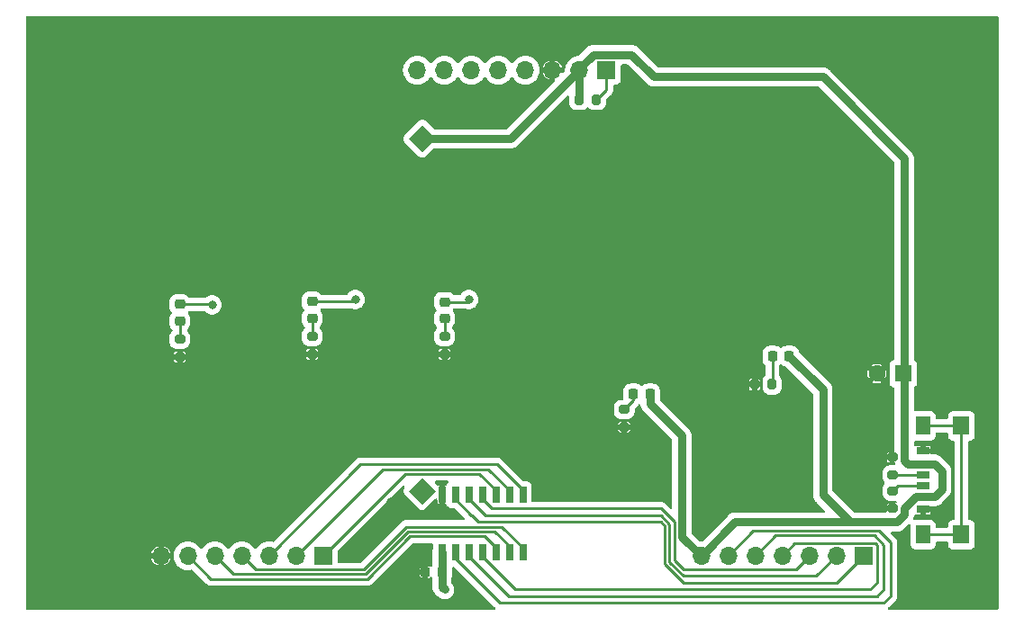
<source format=gbr>
%TF.GenerationSoftware,KiCad,Pcbnew,7.0.2*%
%TF.CreationDate,2023-06-07T16:09:15+09:00*%
%TF.ProjectId,JinBoard,4a696e42-6f61-4726-942e-6b696361645f,rev?*%
%TF.SameCoordinates,Original*%
%TF.FileFunction,Copper,L1,Top*%
%TF.FilePolarity,Positive*%
%FSLAX46Y46*%
G04 Gerber Fmt 4.6, Leading zero omitted, Abs format (unit mm)*
G04 Created by KiCad (PCBNEW 7.0.2) date 2023-06-07 16:09:15*
%MOMM*%
%LPD*%
G01*
G04 APERTURE LIST*
G04 Aperture macros list*
%AMRoundRect*
0 Rectangle with rounded corners*
0 $1 Rounding radius*
0 $2 $3 $4 $5 $6 $7 $8 $9 X,Y pos of 4 corners*
0 Add a 4 corners polygon primitive as box body*
4,1,4,$2,$3,$4,$5,$6,$7,$8,$9,$2,$3,0*
0 Add four circle primitives for the rounded corners*
1,1,$1+$1,$2,$3*
1,1,$1+$1,$4,$5*
1,1,$1+$1,$6,$7*
1,1,$1+$1,$8,$9*
0 Add four rect primitives between the rounded corners*
20,1,$1+$1,$2,$3,$4,$5,0*
20,1,$1+$1,$4,$5,$6,$7,0*
20,1,$1+$1,$6,$7,$8,$9,0*
20,1,$1+$1,$8,$9,$2,$3,0*%
%AMOutline4P*
0 Free polygon, 4 corners , with rotation*
0 The origin of the aperture is its center*
0 number of corners: always 4*
0 $1 to $8 corner X, Y*
0 $9 Rotation angle, in degrees counterclockwise*
0 create outline with 4 corners*
4,1,4,$1,$2,$3,$4,$5,$6,$7,$8,$1,$2,$9*%
G04 Aperture macros list end*
%TA.AperFunction,ComponentPad*%
%ADD10Outline4P,-1.270000X0.000000X0.000000X1.270000X1.270000X0.000000X0.000000X-1.270000X180.000000*%
%TD*%
%TA.AperFunction,SMDPad,CuDef*%
%ADD11RoundRect,0.218750X0.256250X-0.218750X0.256250X0.218750X-0.256250X0.218750X-0.256250X-0.218750X0*%
%TD*%
%TA.AperFunction,SMDPad,CuDef*%
%ADD12R,0.650000X1.500000*%
%TD*%
%TA.AperFunction,ComponentPad*%
%ADD13R,1.600000X1.600000*%
%TD*%
%TA.AperFunction,ComponentPad*%
%ADD14C,1.600000*%
%TD*%
%TA.AperFunction,SMDPad,CuDef*%
%ADD15RoundRect,0.200000X-0.275000X0.200000X-0.275000X-0.200000X0.275000X-0.200000X0.275000X0.200000X0*%
%TD*%
%TA.AperFunction,SMDPad,CuDef*%
%ADD16RoundRect,0.218750X-0.218750X-0.256250X0.218750X-0.256250X0.218750X0.256250X-0.218750X0.256250X0*%
%TD*%
%TA.AperFunction,SMDPad,CuDef*%
%ADD17RoundRect,0.225000X0.225000X0.250000X-0.225000X0.250000X-0.225000X-0.250000X0.225000X-0.250000X0*%
%TD*%
%TA.AperFunction,SMDPad,CuDef*%
%ADD18RoundRect,0.200000X0.275000X-0.200000X0.275000X0.200000X-0.275000X0.200000X-0.275000X-0.200000X0*%
%TD*%
%TA.AperFunction,SMDPad,CuDef*%
%ADD19RoundRect,0.200000X-0.200000X-0.275000X0.200000X-0.275000X0.200000X0.275000X-0.200000X0.275000X0*%
%TD*%
%TA.AperFunction,SMDPad,CuDef*%
%ADD20RoundRect,0.200000X0.200000X0.275000X-0.200000X0.275000X-0.200000X-0.275000X0.200000X-0.275000X0*%
%TD*%
%TA.AperFunction,SMDPad,CuDef*%
%ADD21R,1.200000X0.700000*%
%TD*%
%TA.AperFunction,SMDPad,CuDef*%
%ADD22R,1.200000X0.760000*%
%TD*%
%TA.AperFunction,SMDPad,CuDef*%
%ADD23R,1.200000X0.800000*%
%TD*%
%TA.AperFunction,SMDPad,CuDef*%
%ADD24R,1.350000X1.800000*%
%TD*%
%TA.AperFunction,SMDPad,CuDef*%
%ADD25R,1.500000X1.800000*%
%TD*%
%TA.AperFunction,ComponentPad*%
%ADD26R,1.700000X1.700000*%
%TD*%
%TA.AperFunction,ComponentPad*%
%ADD27O,1.700000X1.700000*%
%TD*%
%TA.AperFunction,ViaPad*%
%ADD28C,0.800000*%
%TD*%
%TA.AperFunction,Conductor*%
%ADD29C,0.800000*%
%TD*%
%TA.AperFunction,Conductor*%
%ADD30C,0.250000*%
%TD*%
G04 APERTURE END LIST*
D10*
%TO.P,REF\u002A\u002A,1*%
%TO.N,+5V*%
X138888002Y-87714107D03*
X138863002Y-120889107D03*
%TD*%
D11*
%TO.P,D3,1,K*%
%TO.N,Net-(D3-K)*%
X140970000Y-104673500D03*
%TO.P,D3,2,A*%
%TO.N,/RA5*%
X140970000Y-103098500D03*
%TD*%
%TO.P,D1,1,K*%
%TO.N,Net-(D1-K)*%
X116078000Y-104902000D03*
%TO.P,D1,2,A*%
%TO.N,/RA2*%
X116078000Y-103327000D03*
%TD*%
D12*
%TO.P,IC1,1,VDD*%
%TO.N,+5V*%
X140716000Y-126652000D03*
%TO.P,IC1,2,RA5*%
%TO.N,/RA5*%
X141986000Y-126652000D03*
%TO.P,IC1,3,RA4*%
%TO.N,/RA4*%
X143256000Y-126652000D03*
%TO.P,IC1,4,~{MCLR}/VPP/RA3*%
%TO.N,/RA3*%
X144526000Y-126652000D03*
%TO.P,IC1,5,RC5*%
%TO.N,/RC5*%
X145796000Y-126652000D03*
%TO.P,IC1,6,RC4*%
%TO.N,/RC4*%
X147066000Y-126652000D03*
%TO.P,IC1,7,RC3*%
%TO.N,/RC3*%
X148336000Y-126652000D03*
%TO.P,IC1,8,RC2*%
%TO.N,/RC2*%
X148336000Y-121252000D03*
%TO.P,IC1,9,RC1*%
%TO.N,/RC1*%
X147066000Y-121252000D03*
%TO.P,IC1,10,RC0*%
%TO.N,/RC0*%
X145796000Y-121252000D03*
%TO.P,IC1,11,RA2*%
%TO.N,/RA2*%
X144526000Y-121252000D03*
%TO.P,IC1,12,RA1/ICSPCLK*%
%TO.N,/RA1*%
X143256000Y-121252000D03*
%TO.P,IC1,13,RA0/ICSPDAT*%
%TO.N,/RA0*%
X141986000Y-121252000D03*
%TO.P,IC1,14,VSS*%
%TO.N,GND*%
X140716000Y-121252000D03*
%TD*%
D13*
%TO.P,C2,1*%
%TO.N,+5V*%
X184110000Y-109855000D03*
D14*
%TO.P,C2,2*%
%TO.N,GND*%
X181610000Y-109855000D03*
%TD*%
D15*
%TO.P,R6,1*%
%TO.N,Net-(D3-K)*%
X140970000Y-106363000D03*
%TO.P,R6,2*%
%TO.N,GND*%
X140970000Y-108013000D03*
%TD*%
D16*
%TO.P,D4,1,K*%
%TO.N,Net-(D4-K)*%
X158724500Y-111760000D03*
%TO.P,D4,2,A*%
%TO.N,+5V*%
X160299500Y-111760000D03*
%TD*%
D15*
%TO.P,R7,1*%
%TO.N,Net-(D4-K)*%
X157861000Y-113221000D03*
%TO.P,R7,2*%
%TO.N,GND*%
X157861000Y-114871000D03*
%TD*%
D17*
%TO.P,C1,1*%
%TO.N,+5V*%
X140729000Y-128524000D03*
%TO.P,C1,2*%
%TO.N,GND*%
X139179000Y-128524000D03*
%TD*%
D16*
%TO.P,D5,1,K*%
%TO.N,Net-(D5-K)*%
X171805500Y-108204000D03*
%TO.P,D5,2,A*%
%TO.N,+5V*%
X173380500Y-108204000D03*
%TD*%
D18*
%TO.P,R1,1*%
%TO.N,Net-(J2-CC2)*%
X183118500Y-119380000D03*
%TO.P,R1,2*%
%TO.N,GND*%
X183118500Y-117730000D03*
%TD*%
D19*
%TO.P,R3,1*%
%TO.N,+5V*%
X153607000Y-84074000D03*
%TO.P,R3,2*%
%TO.N,/RA3*%
X155257000Y-84074000D03*
%TD*%
D20*
%TO.P,R8,1*%
%TO.N,Net-(D5-K)*%
X171767000Y-110871000D03*
%TO.P,R8,2*%
%TO.N,GND*%
X170117000Y-110871000D03*
%TD*%
D11*
%TO.P,D2,1,K*%
%TO.N,Net-(D2-K)*%
X128524000Y-104648000D03*
%TO.P,D2,2,A*%
%TO.N,/RA4*%
X128524000Y-103073000D03*
%TD*%
D21*
%TO.P,J2,A5,CC1*%
%TO.N,Net-(J2-CC1)*%
X185928000Y-120388000D03*
D22*
%TO.P,J2,A9,VBUS*%
%TO.N,+5V*%
X185928000Y-118368000D03*
D23*
%TO.P,J2,A12,GND*%
%TO.N,GND*%
X185928000Y-117138000D03*
D21*
%TO.P,J2,B5,CC2*%
%TO.N,Net-(J2-CC2)*%
X185928000Y-119388000D03*
D22*
%TO.P,J2,B9,VBUS*%
%TO.N,+5V*%
X185928000Y-121408000D03*
D23*
%TO.P,J2,B12,GND*%
%TO.N,GND*%
X185928000Y-122638000D03*
D24*
%TO.P,J2,S1,SHIELD*%
%TO.N,unconnected-(J2-SHIELD-PadS1)*%
X185983000Y-125013000D03*
D25*
X189563000Y-125013000D03*
D24*
X185983000Y-114763000D03*
D25*
X189563000Y-114763000D03*
%TD*%
D15*
%TO.P,R4,1*%
%TO.N,Net-(D1-K)*%
X116078000Y-106617000D03*
%TO.P,R4,2*%
%TO.N,GND*%
X116078000Y-108267000D03*
%TD*%
%TO.P,R2,1*%
%TO.N,Net-(J2-CC1)*%
X183118500Y-120904000D03*
%TO.P,R2,2*%
%TO.N,GND*%
X183118500Y-122554000D03*
%TD*%
%TO.P,R5,1*%
%TO.N,Net-(D2-K)*%
X128524000Y-106363000D03*
%TO.P,R5,2*%
%TO.N,GND*%
X128524000Y-108013000D03*
%TD*%
D26*
%TO.P,J1,1,Pin_1*%
%TO.N,/RA3*%
X156195000Y-81280000D03*
D27*
%TO.P,J1,2,Pin_2*%
%TO.N,+5V*%
X153655000Y-81280000D03*
%TO.P,J1,3,Pin_3*%
%TO.N,GND*%
X151115000Y-81280000D03*
%TO.P,J1,4,Pin_4*%
%TO.N,/RA0*%
X148575000Y-81280000D03*
%TO.P,J1,5,Pin_5*%
%TO.N,/RA1*%
X146035000Y-81280000D03*
%TO.P,J1,6,Pin_6*%
%TO.N,unconnected-(J1-Pin_6-Pad6)*%
X143495000Y-81280000D03*
%TO.P,J1,7,Pin_7*%
%TO.N,unconnected-(J1-Pin_7-Pad7)*%
X140955000Y-81280000D03*
%TO.P,J1,8,Pin_8*%
%TO.N,unconnected-(J1-Pin_8-Pad8)*%
X138415000Y-81280000D03*
%TD*%
D26*
%TO.P,J3,1,Pin_1*%
%TO.N,/RA0*%
X180340000Y-127000000D03*
D27*
%TO.P,J3,2,Pin_2*%
%TO.N,/RA1*%
X177800000Y-127000000D03*
%TO.P,J3,3,Pin_3*%
%TO.N,/RA2*%
X175260000Y-127000000D03*
%TO.P,J3,4,Pin_4*%
%TO.N,/RA3*%
X172720000Y-127000000D03*
%TO.P,J3,5,Pin_5*%
%TO.N,/RA4*%
X170180000Y-127000000D03*
%TO.P,J3,6,Pin_6*%
%TO.N,/RA5*%
X167640000Y-127000000D03*
%TO.P,J3,7,Pin_7*%
%TO.N,+5V*%
X165100000Y-127000000D03*
%TD*%
D26*
%TO.P,J4,1,Pin_1*%
%TO.N,/RC0*%
X129540000Y-127000000D03*
D27*
%TO.P,J4,2,Pin_2*%
%TO.N,/RC1*%
X127000000Y-127000000D03*
%TO.P,J4,3,Pin_3*%
%TO.N,/RC2*%
X124460000Y-127000000D03*
%TO.P,J4,4,Pin_4*%
%TO.N,/RC3*%
X121920000Y-127000000D03*
%TO.P,J4,5,Pin_5*%
%TO.N,/RC4*%
X119380000Y-127000000D03*
%TO.P,J4,6,Pin_6*%
%TO.N,/RC5*%
X116840000Y-127000000D03*
%TO.P,J4,7,Pin_7*%
%TO.N,GND*%
X114300000Y-127000000D03*
%TD*%
D28*
%TO.N,+5V*%
X140970000Y-130175000D03*
%TO.N,GND*%
X187706000Y-123952000D03*
X135890000Y-121920000D03*
X135890000Y-116840000D03*
X187706000Y-126238000D03*
%TO.N,/RA5*%
X143256000Y-102870000D03*
%TO.N,/RA4*%
X132588000Y-102870000D03*
%TO.N,/RA2*%
X119126000Y-103378000D03*
%TD*%
D29*
%TO.N,+5V*%
X184193500Y-123146500D02*
X183515000Y-123825000D01*
X185928000Y-121408000D02*
X187058000Y-121408000D01*
X160655000Y-81915000D02*
X158570000Y-79830000D01*
X140729000Y-129934000D02*
X140970000Y-130175000D01*
X165100000Y-127000000D02*
X163285000Y-125185000D01*
X184193500Y-118033500D02*
X184193500Y-89578500D01*
X185297000Y-121408000D02*
X184193500Y-122511500D01*
X158570000Y-79830000D02*
X154940000Y-79830000D01*
X153655000Y-81280000D02*
X153655000Y-84026000D01*
X184193500Y-89578500D02*
X176530000Y-81915000D01*
X187706000Y-119016000D02*
X187058000Y-118368000D01*
X147195893Y-87739107D02*
X153655000Y-81280000D01*
X153655000Y-81115000D02*
X153655000Y-81280000D01*
X179070000Y-123825000D02*
X168910000Y-123825000D01*
X160299500Y-112674500D02*
X160299500Y-111760000D01*
X140729000Y-126665000D02*
X140716000Y-126652000D01*
X187706000Y-120760000D02*
X187706000Y-119016000D01*
X176530000Y-81915000D02*
X160655000Y-81915000D01*
X176530000Y-121285000D02*
X179070000Y-123825000D01*
X183515000Y-123825000D02*
X179070000Y-123825000D01*
X184193500Y-122511500D02*
X184193500Y-123146500D01*
X140729000Y-128524000D02*
X140729000Y-129934000D01*
X173380500Y-108204000D02*
X176530000Y-111353500D01*
X187058000Y-121408000D02*
X187706000Y-120760000D01*
X185928000Y-121408000D02*
X185297000Y-121408000D01*
X168275000Y-123825000D02*
X168910000Y-123825000D01*
X163285000Y-115660000D02*
X160299500Y-112674500D01*
X154940000Y-79830000D02*
X153655000Y-81115000D01*
X140729000Y-128524000D02*
X140729000Y-126665000D01*
X163285000Y-125185000D02*
X163285000Y-115660000D01*
X165100000Y-127000000D02*
X168275000Y-123825000D01*
X138863002Y-87739107D02*
X147195893Y-87739107D01*
X184528000Y-118368000D02*
X184193500Y-118033500D01*
X153655000Y-84026000D02*
X153607000Y-84074000D01*
X176530000Y-111353500D02*
X176530000Y-121285000D01*
X187058000Y-118368000D02*
X185928000Y-118368000D01*
X185928000Y-118368000D02*
X184528000Y-118368000D01*
D30*
%TO.N,/RA5*%
X170180000Y-124645000D02*
X181795000Y-124645000D01*
X181795000Y-124645000D02*
X182880000Y-125730000D01*
X182880000Y-125730000D02*
X182880000Y-130810000D01*
X182245000Y-131445000D02*
X146175000Y-131445000D01*
X167640000Y-127000000D02*
X169995000Y-124645000D01*
X143027500Y-103098500D02*
X143256000Y-102870000D01*
X141986000Y-127256000D02*
X141986000Y-126652000D01*
X182880000Y-130810000D02*
X182245000Y-131445000D01*
X169995000Y-124645000D02*
X170180000Y-124645000D01*
X146175000Y-131445000D02*
X141986000Y-127256000D01*
X140970000Y-103098500D02*
X143027500Y-103098500D01*
%TO.N,/RA4*%
X181357396Y-125095000D02*
X182245000Y-125982604D01*
X170180000Y-127000000D02*
X172085000Y-125095000D01*
X132385000Y-103073000D02*
X132588000Y-102870000D01*
X128524000Y-103073000D02*
X132385000Y-103073000D01*
X182245000Y-125982604D02*
X182245000Y-130175000D01*
X143256000Y-127077000D02*
X143256000Y-126652000D01*
X182245000Y-130175000D02*
X181610000Y-130810000D01*
X181610000Y-130810000D02*
X146989000Y-130810000D01*
X172085000Y-125095000D02*
X181357396Y-125095000D01*
X146989000Y-130810000D02*
X143256000Y-127077000D01*
%TO.N,/RA3*%
X172720000Y-127000000D02*
X173895000Y-125825000D01*
X173895000Y-125825000D02*
X181451000Y-125825000D01*
X155257000Y-84074000D02*
X156195000Y-83136000D01*
X180975000Y-130175000D02*
X147624000Y-130175000D01*
X147624000Y-130175000D02*
X144526000Y-127077000D01*
X181451000Y-125825000D02*
X181610000Y-125984000D01*
X144526000Y-127077000D02*
X144526000Y-126652000D01*
X181610000Y-125984000D02*
X181610000Y-129540000D01*
X181610000Y-129540000D02*
X180975000Y-130175000D01*
X156195000Y-83136000D02*
X156195000Y-81280000D01*
%TO.N,/RC5*%
X116840000Y-127000000D02*
X119010000Y-129170000D01*
X133722792Y-129170000D02*
X137717792Y-125175000D01*
X119010000Y-129170000D02*
X119380000Y-129170000D01*
X137717792Y-125175000D02*
X144744000Y-125175000D01*
X145796000Y-126227000D02*
X145796000Y-126652000D01*
X119380000Y-129170000D02*
X133722792Y-129170000D01*
X144744000Y-125175000D02*
X145796000Y-126227000D01*
%TO.N,/RC4*%
X145680000Y-124725000D02*
X147066000Y-126111000D01*
X121100000Y-128720000D02*
X121920000Y-128720000D01*
X137531396Y-124725000D02*
X145680000Y-124725000D01*
X121920000Y-128720000D02*
X133536396Y-128720000D01*
X119380000Y-127000000D02*
X121100000Y-128720000D01*
X133536396Y-128720000D02*
X137531396Y-124725000D01*
X147066000Y-126111000D02*
X147066000Y-126652000D01*
%TO.N,/RC3*%
X146384000Y-124275000D02*
X148336000Y-126227000D01*
X123190000Y-128270000D02*
X133350000Y-128270000D01*
X121920000Y-127000000D02*
X123190000Y-128270000D01*
X133350000Y-128270000D02*
X137345000Y-124275000D01*
X137345000Y-124275000D02*
X146384000Y-124275000D01*
X148336000Y-126227000D02*
X148336000Y-126652000D01*
%TO.N,/RC2*%
X148336000Y-121252000D02*
X148336000Y-120827000D01*
X145903107Y-118394107D02*
X133350000Y-118394107D01*
X133065893Y-118394107D02*
X133350000Y-118394107D01*
X148336000Y-120827000D02*
X145903107Y-118394107D01*
X124460000Y-127000000D02*
X133065893Y-118394107D01*
%TO.N,/RC1*%
X147066000Y-120827000D02*
X147066000Y-121252000D01*
X135155893Y-118844107D02*
X135890000Y-118844107D01*
X145083107Y-118844107D02*
X147066000Y-120827000D01*
X135890000Y-118844107D02*
X145083107Y-118844107D01*
X127000000Y-127000000D02*
X135155893Y-118844107D01*
%TO.N,/RC0*%
X145796000Y-120827000D02*
X144263107Y-119294107D01*
X137245893Y-119294107D02*
X138430000Y-119294107D01*
X129540000Y-127000000D02*
X137245893Y-119294107D01*
X144263107Y-119294107D02*
X138430000Y-119294107D01*
X145796000Y-121252000D02*
X145796000Y-120827000D01*
%TO.N,/RA2*%
X163438299Y-128270000D02*
X173990000Y-128270000D01*
X162560000Y-127391701D02*
X163438299Y-128270000D01*
X119075000Y-103327000D02*
X116078000Y-103327000D01*
X161291396Y-122555000D02*
X162560000Y-123823604D01*
X162560000Y-123823604D02*
X162560000Y-127391701D01*
X144526000Y-121252000D02*
X144526000Y-121666000D01*
X145415000Y-122555000D02*
X161291396Y-122555000D01*
X173990000Y-128270000D02*
X175260000Y-127000000D01*
X119126000Y-103378000D02*
X119075000Y-103327000D01*
X144526000Y-121666000D02*
X145415000Y-122555000D01*
%TO.N,/RA1*%
X162110000Y-127578097D02*
X162110000Y-124010000D01*
X177800000Y-127000000D02*
X175895000Y-128905000D01*
X175895000Y-128905000D02*
X163436903Y-128905000D01*
X161290000Y-123190000D02*
X144780000Y-123190000D01*
X143256000Y-121666000D02*
X143256000Y-121252000D01*
X163436903Y-128905000D02*
X162110000Y-127578097D01*
X162110000Y-124010000D02*
X161290000Y-123190000D01*
X144780000Y-123190000D02*
X143256000Y-121666000D01*
%TO.N,/RA0*%
X177800000Y-129540000D02*
X180340000Y-127000000D01*
X141986000Y-121677000D02*
X143499000Y-123190000D01*
X144145000Y-123825000D02*
X161288604Y-123825000D01*
X161660000Y-124196396D02*
X161660000Y-127764493D01*
X163435507Y-129540000D02*
X177800000Y-129540000D01*
X143510000Y-123190000D02*
X144145000Y-123825000D01*
X143499000Y-123190000D02*
X143510000Y-123190000D01*
X141986000Y-121252000D02*
X141986000Y-121677000D01*
X161288604Y-123825000D02*
X161660000Y-124196396D01*
X161660000Y-127764493D02*
X163435507Y-129540000D01*
%TO.N,Net-(J2-CC1)*%
X185928000Y-120388000D02*
X183634500Y-120388000D01*
X183634500Y-120388000D02*
X183118500Y-120904000D01*
%TO.N,Net-(J2-CC2)*%
X183118500Y-119380000D02*
X183126500Y-119388000D01*
X183126500Y-119388000D02*
X185928000Y-119388000D01*
%TO.N,unconnected-(J2-SHIELD-PadS1)*%
X185983000Y-114763000D02*
X189563000Y-114763000D01*
X185983000Y-125013000D02*
X189563000Y-125013000D01*
X189563000Y-114763000D02*
X189563000Y-125013000D01*
%TO.N,Net-(D1-K)*%
X116078000Y-104902000D02*
X116078000Y-106617000D01*
%TO.N,Net-(D2-K)*%
X128524000Y-104648000D02*
X128524000Y-106363000D01*
%TO.N,Net-(D3-K)*%
X140970000Y-104673500D02*
X140970000Y-106363000D01*
%TO.N,Net-(D4-K)*%
X158724500Y-111760000D02*
X158724500Y-112357500D01*
X158724500Y-112357500D02*
X157861000Y-113221000D01*
%TO.N,Net-(D5-K)*%
X171805500Y-110832500D02*
X171767000Y-110871000D01*
X171805500Y-108204000D02*
X171805500Y-110832500D01*
%TD*%
%TA.AperFunction,Conductor*%
%TO.N,GND*%
G36*
X192982539Y-76220185D02*
G01*
X193028294Y-76272989D01*
X193039500Y-76324500D01*
X193039500Y-131955500D01*
X193019815Y-132022539D01*
X192967011Y-132068294D01*
X192915500Y-132079500D01*
X182795405Y-132079500D01*
X182728366Y-132059815D01*
X182682611Y-132007011D01*
X182672667Y-131937853D01*
X182699850Y-131876473D01*
X182700544Y-131875632D01*
X182704427Y-131870939D01*
X182712279Y-131862309D01*
X183263786Y-131310802D01*
X183279886Y-131297905D01*
X183281874Y-131295787D01*
X183281877Y-131295786D01*
X183327964Y-131246707D01*
X183330549Y-131244039D01*
X183350120Y-131224470D01*
X183352565Y-131221316D01*
X183360154Y-131212429D01*
X183390062Y-131180582D01*
X183399713Y-131163026D01*
X183410393Y-131146767D01*
X183422674Y-131130936D01*
X183440018Y-131090851D01*
X183445160Y-131080356D01*
X183455582Y-131061399D01*
X183466197Y-131042092D01*
X183471178Y-131022688D01*
X183477480Y-131004283D01*
X183485438Y-130985895D01*
X183492270Y-130942748D01*
X183494639Y-130931316D01*
X183505500Y-130889020D01*
X183505500Y-130868983D01*
X183507027Y-130849584D01*
X183507296Y-130847886D01*
X183510160Y-130829804D01*
X183506050Y-130786324D01*
X183505500Y-130774655D01*
X183505500Y-125812743D01*
X183507764Y-125792239D01*
X183505561Y-125722112D01*
X183505500Y-125718218D01*
X183505500Y-125694541D01*
X183505500Y-125690650D01*
X183504998Y-125686683D01*
X183504081Y-125675027D01*
X183503764Y-125664936D01*
X183502710Y-125631373D01*
X183497118Y-125612126D01*
X183493174Y-125593085D01*
X183490664Y-125573208D01*
X183474579Y-125532583D01*
X183470808Y-125521568D01*
X183458618Y-125479610D01*
X183448414Y-125462355D01*
X183439861Y-125444895D01*
X183437059Y-125437819D01*
X183432486Y-125426268D01*
X183406808Y-125390925D01*
X183400401Y-125381171D01*
X183378170Y-125343580D01*
X183364005Y-125329416D01*
X183351367Y-125314617D01*
X183339595Y-125298413D01*
X183305941Y-125270573D01*
X183297299Y-125262709D01*
X182971772Y-124937181D01*
X182938287Y-124875858D01*
X182943271Y-124806166D01*
X182985143Y-124750233D01*
X183050607Y-124725816D01*
X183059453Y-124725500D01*
X183434374Y-124725500D01*
X183453771Y-124727026D01*
X183467612Y-124729219D01*
X183535336Y-124725670D01*
X183541826Y-124725500D01*
X183558952Y-124725500D01*
X183562192Y-124725500D01*
X183565413Y-124725161D01*
X183565421Y-124725161D01*
X183582447Y-124723371D01*
X183588906Y-124722862D01*
X183656646Y-124719313D01*
X183670193Y-124715682D01*
X183689309Y-124712139D01*
X183703256Y-124710674D01*
X183767786Y-124689706D01*
X183773951Y-124687880D01*
X183839488Y-124670320D01*
X183851974Y-124663956D01*
X183869953Y-124656509D01*
X183883284Y-124652179D01*
X183942051Y-124618248D01*
X183947677Y-124615193D01*
X184008149Y-124584383D01*
X184019042Y-124575560D01*
X184035074Y-124564542D01*
X184047216Y-124557533D01*
X184097638Y-124512131D01*
X184102540Y-124507945D01*
X184118380Y-124495119D01*
X184132779Y-124480718D01*
X184137471Y-124476265D01*
X184187888Y-124430871D01*
X184196129Y-124419526D01*
X184208760Y-124404737D01*
X184595820Y-124017678D01*
X184657142Y-123984194D01*
X184726834Y-123989178D01*
X184782767Y-124031050D01*
X184807184Y-124096514D01*
X184807500Y-124105360D01*
X184807500Y-125957560D01*
X184807500Y-125957578D01*
X184807501Y-125960872D01*
X184813909Y-126020483D01*
X184864204Y-126155331D01*
X184950454Y-126270546D01*
X185065669Y-126356796D01*
X185200517Y-126407091D01*
X185260127Y-126413500D01*
X186705872Y-126413499D01*
X186765483Y-126407091D01*
X186900331Y-126356796D01*
X187015546Y-126270546D01*
X187101796Y-126155331D01*
X187152091Y-126020483D01*
X187158500Y-125960873D01*
X187158500Y-125762499D01*
X187178185Y-125695461D01*
X187230989Y-125649706D01*
X187282500Y-125638500D01*
X188188501Y-125638500D01*
X188255540Y-125658185D01*
X188301295Y-125710989D01*
X188312501Y-125762500D01*
X188312501Y-125960872D01*
X188318909Y-126020483D01*
X188369204Y-126155331D01*
X188455454Y-126270546D01*
X188570669Y-126356796D01*
X188705517Y-126407091D01*
X188765127Y-126413500D01*
X190360872Y-126413499D01*
X190420483Y-126407091D01*
X190555331Y-126356796D01*
X190670546Y-126270546D01*
X190756796Y-126155331D01*
X190807091Y-126020483D01*
X190813500Y-125960873D01*
X190813499Y-124065128D01*
X190807091Y-124005517D01*
X190756796Y-123870669D01*
X190670546Y-123755454D01*
X190555331Y-123669204D01*
X190420483Y-123618909D01*
X190360873Y-123612500D01*
X190357551Y-123612500D01*
X190312500Y-123612500D01*
X190245461Y-123592815D01*
X190199706Y-123540011D01*
X190188500Y-123488500D01*
X190188500Y-116287499D01*
X190208185Y-116220460D01*
X190260989Y-116174705D01*
X190312500Y-116163499D01*
X190357561Y-116163499D01*
X190360872Y-116163499D01*
X190420483Y-116157091D01*
X190555331Y-116106796D01*
X190670546Y-116020546D01*
X190756796Y-115905331D01*
X190807091Y-115770483D01*
X190813500Y-115710873D01*
X190813499Y-113815128D01*
X190807091Y-113755517D01*
X190756796Y-113620669D01*
X190670546Y-113505454D01*
X190555331Y-113419204D01*
X190420483Y-113368909D01*
X190360873Y-113362500D01*
X190357550Y-113362500D01*
X188768439Y-113362500D01*
X188768420Y-113362500D01*
X188765128Y-113362501D01*
X188761848Y-113362853D01*
X188761840Y-113362854D01*
X188705515Y-113368909D01*
X188570669Y-113419204D01*
X188455454Y-113505454D01*
X188369204Y-113620668D01*
X188318910Y-113755515D01*
X188318909Y-113755517D01*
X188312500Y-113815127D01*
X188312500Y-113818448D01*
X188312500Y-113818449D01*
X188312500Y-114013500D01*
X188292815Y-114080539D01*
X188240011Y-114126294D01*
X188188500Y-114137500D01*
X187282499Y-114137500D01*
X187215460Y-114117815D01*
X187169705Y-114065011D01*
X187158499Y-114013500D01*
X187158499Y-113818439D01*
X187158499Y-113815128D01*
X187152091Y-113755517D01*
X187101796Y-113620669D01*
X187015546Y-113505454D01*
X186900331Y-113419204D01*
X186765483Y-113368909D01*
X186705873Y-113362500D01*
X186702550Y-113362500D01*
X185263439Y-113362500D01*
X185263420Y-113362500D01*
X185260128Y-113362501D01*
X185256850Y-113362853D01*
X185256838Y-113362854D01*
X185231253Y-113365605D01*
X185162494Y-113353198D01*
X185111357Y-113305587D01*
X185094000Y-113242315D01*
X185094000Y-111204531D01*
X185113685Y-111137492D01*
X185143690Y-111105264D01*
X185152329Y-111098796D01*
X185152331Y-111098796D01*
X185267546Y-111012546D01*
X185353796Y-110897331D01*
X185404091Y-110762483D01*
X185410500Y-110702873D01*
X185410499Y-109007128D01*
X185404091Y-108947517D01*
X185353796Y-108812669D01*
X185267546Y-108697454D01*
X185152331Y-108611204D01*
X185152330Y-108611203D01*
X185143688Y-108604734D01*
X185101817Y-108548800D01*
X185093999Y-108505472D01*
X185093999Y-89659126D01*
X185095527Y-89639722D01*
X185097719Y-89625888D01*
X185094170Y-89558163D01*
X185094000Y-89551674D01*
X185094000Y-89534549D01*
X185094000Y-89531308D01*
X185091871Y-89511053D01*
X185091362Y-89504595D01*
X185087813Y-89436855D01*
X185084181Y-89423303D01*
X185080639Y-89404190D01*
X185079174Y-89390244D01*
X185058214Y-89325737D01*
X185056371Y-89319515D01*
X185038820Y-89254012D01*
X185032455Y-89241520D01*
X185025012Y-89223553D01*
X185020679Y-89210216D01*
X184986764Y-89151474D01*
X184983666Y-89145768D01*
X184952882Y-89085350D01*
X184944059Y-89074454D01*
X184933041Y-89058422D01*
X184926033Y-89046284D01*
X184926032Y-89046283D01*
X184926031Y-89046281D01*
X184880645Y-88995875D01*
X184876428Y-88990937D01*
X184863620Y-88975120D01*
X184849215Y-88960715D01*
X184844747Y-88956007D01*
X184841202Y-88952070D01*
X184799371Y-88905612D01*
X184788026Y-88897369D01*
X184773236Y-88884736D01*
X177223764Y-81335265D01*
X177211125Y-81320467D01*
X177202888Y-81309129D01*
X177152482Y-81263743D01*
X177147773Y-81259274D01*
X177135679Y-81247180D01*
X177133380Y-81244881D01*
X177130863Y-81242843D01*
X177130859Y-81242839D01*
X177117557Y-81232067D01*
X177112625Y-81227854D01*
X177062215Y-81182466D01*
X177050076Y-81175458D01*
X177034043Y-81164439D01*
X177023149Y-81155617D01*
X177023147Y-81155616D01*
X177023146Y-81155615D01*
X176962713Y-81124823D01*
X176957008Y-81121725D01*
X176898283Y-81087820D01*
X176884953Y-81083489D01*
X176866974Y-81076042D01*
X176854487Y-81069679D01*
X176788976Y-81052125D01*
X176782754Y-81050282D01*
X176718254Y-81029325D01*
X176704315Y-81027860D01*
X176685187Y-81024315D01*
X176671645Y-81020686D01*
X176603909Y-81017136D01*
X176597447Y-81016628D01*
X176580413Y-81014838D01*
X176580404Y-81014837D01*
X176577192Y-81014500D01*
X176573947Y-81014500D01*
X176556826Y-81014500D01*
X176550337Y-81014330D01*
X176545375Y-81014069D01*
X176482612Y-81010781D01*
X176482611Y-81010781D01*
X176475076Y-81011974D01*
X176468771Y-81012973D01*
X176449374Y-81014500D01*
X161079361Y-81014500D01*
X161012322Y-80994815D01*
X160991680Y-80978181D01*
X159263764Y-79250265D01*
X159251125Y-79235467D01*
X159242890Y-79224132D01*
X159242888Y-79224129D01*
X159192482Y-79178743D01*
X159187773Y-79174274D01*
X159175679Y-79162180D01*
X159173380Y-79159881D01*
X159170863Y-79157843D01*
X159170859Y-79157839D01*
X159157557Y-79147067D01*
X159152625Y-79142854D01*
X159102215Y-79097466D01*
X159090076Y-79090458D01*
X159074043Y-79079439D01*
X159063149Y-79070617D01*
X159063147Y-79070616D01*
X159063146Y-79070615D01*
X159002713Y-79039823D01*
X158997008Y-79036725D01*
X158938283Y-79002820D01*
X158924953Y-78998489D01*
X158906974Y-78991042D01*
X158894487Y-78984679D01*
X158828976Y-78967125D01*
X158822754Y-78965282D01*
X158758254Y-78944325D01*
X158744315Y-78942860D01*
X158725187Y-78939315D01*
X158711645Y-78935686D01*
X158643909Y-78932136D01*
X158637447Y-78931628D01*
X158620413Y-78929838D01*
X158620404Y-78929837D01*
X158617192Y-78929500D01*
X158613947Y-78929500D01*
X158596826Y-78929500D01*
X158590337Y-78929330D01*
X158585375Y-78929069D01*
X158522612Y-78925781D01*
X158522611Y-78925781D01*
X158515076Y-78926974D01*
X158508771Y-78927973D01*
X158489374Y-78929500D01*
X155020626Y-78929500D01*
X155001228Y-78927973D01*
X154987388Y-78925781D01*
X154919670Y-78929330D01*
X154913180Y-78929500D01*
X154892808Y-78929500D01*
X154889593Y-78929837D01*
X154889588Y-78929838D01*
X154877953Y-78931060D01*
X154872539Y-78931629D01*
X154866084Y-78932137D01*
X154798351Y-78935687D01*
X154784809Y-78939316D01*
X154765685Y-78942860D01*
X154751744Y-78944325D01*
X154687245Y-78965282D01*
X154681023Y-78967126D01*
X154615510Y-78984680D01*
X154603021Y-78991044D01*
X154585052Y-78998487D01*
X154571717Y-79002820D01*
X154512996Y-79036722D01*
X154507295Y-79039818D01*
X154446845Y-79070619D01*
X154435950Y-79079442D01*
X154419922Y-79090458D01*
X154407784Y-79097466D01*
X154357376Y-79142852D01*
X154352451Y-79147059D01*
X154339141Y-79157839D01*
X154336620Y-79159881D01*
X154334337Y-79162163D01*
X154334319Y-79162180D01*
X154322209Y-79174289D01*
X154317508Y-79178751D01*
X154267108Y-79224132D01*
X154258869Y-79235472D01*
X154246235Y-79250264D01*
X153596130Y-79900369D01*
X153534807Y-79933854D01*
X153519257Y-79936216D01*
X153419592Y-79944936D01*
X153191336Y-80006097D01*
X152977170Y-80105965D01*
X152783598Y-80241505D01*
X152616505Y-80408598D01*
X152480965Y-80602170D01*
X152381097Y-80816336D01*
X152319936Y-81044592D01*
X152299340Y-81280002D01*
X152300910Y-81297950D01*
X152287142Y-81366449D01*
X152265063Y-81396435D01*
X152167816Y-81493682D01*
X152106496Y-81527166D01*
X152080137Y-81530000D01*
X151548686Y-81530000D01*
X151574493Y-81489844D01*
X151615000Y-81351889D01*
X151615000Y-81208111D01*
X151574493Y-81070156D01*
X151548686Y-81030000D01*
X152031910Y-81030000D01*
X151996931Y-80914689D01*
X151908718Y-80749654D01*
X151790001Y-80604998D01*
X151645344Y-80486281D01*
X151480308Y-80398066D01*
X151365000Y-80363087D01*
X151365000Y-80844498D01*
X151257315Y-80795320D01*
X151150763Y-80780000D01*
X151079237Y-80780000D01*
X150972685Y-80795320D01*
X150865000Y-80844498D01*
X150865000Y-80363087D01*
X150749691Y-80398066D01*
X150584655Y-80486281D01*
X150439998Y-80604998D01*
X150321281Y-80749654D01*
X150233068Y-80914689D01*
X150198090Y-81030000D01*
X150681314Y-81030000D01*
X150655507Y-81070156D01*
X150615000Y-81208111D01*
X150615000Y-81351889D01*
X150655507Y-81489844D01*
X150681314Y-81530000D01*
X150198090Y-81530000D01*
X150233068Y-81645310D01*
X150321281Y-81810345D01*
X150439998Y-81955001D01*
X150584654Y-82073718D01*
X150749689Y-82161931D01*
X150865000Y-82196910D01*
X150865000Y-81715501D01*
X150972685Y-81764680D01*
X151079237Y-81780000D01*
X151150763Y-81780000D01*
X151257315Y-81764680D01*
X151365000Y-81715501D01*
X151365000Y-82245136D01*
X151345315Y-82312175D01*
X151328681Y-82332817D01*
X146859213Y-86802288D01*
X146797890Y-86835773D01*
X146771532Y-86838607D01*
X140041678Y-86838607D01*
X139974639Y-86818922D01*
X139953997Y-86802288D01*
X139210407Y-86058698D01*
X139210407Y-86058697D01*
X139208061Y-86056352D01*
X139161375Y-86018730D01*
X139161374Y-86018729D01*
X139030459Y-85958942D01*
X138888002Y-85938461D01*
X138745544Y-85958942D01*
X138614629Y-86018729D01*
X138570522Y-86054273D01*
X138570514Y-86054279D01*
X138567943Y-86056352D01*
X138565605Y-86058689D01*
X138565596Y-86058698D01*
X137232593Y-87391701D01*
X137232584Y-87391710D01*
X137230247Y-87394048D01*
X137228174Y-87396619D01*
X137228168Y-87396627D01*
X137192624Y-87440734D01*
X137132837Y-87571649D01*
X137112356Y-87714106D01*
X137132837Y-87856564D01*
X137192624Y-87987479D01*
X137192625Y-87987480D01*
X137230247Y-88034166D01*
X138567943Y-89371862D01*
X138570522Y-89373940D01*
X138614629Y-89409484D01*
X138745544Y-89469271D01*
X138763451Y-89471845D01*
X138888002Y-89489753D01*
X139030459Y-89469271D01*
X139161375Y-89409484D01*
X139208061Y-89371862D01*
X139903997Y-88675925D01*
X139965320Y-88642441D01*
X139991678Y-88639607D01*
X147115267Y-88639607D01*
X147134664Y-88641133D01*
X147148505Y-88643326D01*
X147216229Y-88639777D01*
X147222719Y-88639607D01*
X147239845Y-88639607D01*
X147243085Y-88639607D01*
X147246306Y-88639268D01*
X147246314Y-88639268D01*
X147263340Y-88637478D01*
X147269799Y-88636969D01*
X147337539Y-88633420D01*
X147351086Y-88629789D01*
X147370202Y-88626246D01*
X147384149Y-88624781D01*
X147448679Y-88603813D01*
X147454844Y-88601987D01*
X147520381Y-88584427D01*
X147532867Y-88578063D01*
X147550846Y-88570616D01*
X147564177Y-88566286D01*
X147622944Y-88532355D01*
X147628570Y-88529300D01*
X147689042Y-88498490D01*
X147699935Y-88489667D01*
X147715967Y-88478649D01*
X147728109Y-88471640D01*
X147778531Y-88426238D01*
X147783433Y-88422052D01*
X147799273Y-88409226D01*
X147813672Y-88394825D01*
X147818364Y-88390372D01*
X147868781Y-88344978D01*
X147877022Y-88333633D01*
X147889653Y-88318844D01*
X152494821Y-83713677D01*
X152556142Y-83680194D01*
X152625834Y-83685178D01*
X152681767Y-83727050D01*
X152706184Y-83792514D01*
X152706500Y-83801360D01*
X152706500Y-84047174D01*
X152706330Y-84053663D01*
X152702781Y-84121388D01*
X152704973Y-84135227D01*
X152706500Y-84154626D01*
X152706500Y-84405616D01*
X152706754Y-84408420D01*
X152706755Y-84408424D01*
X152712913Y-84476193D01*
X152712914Y-84476196D01*
X152763522Y-84638606D01*
X152763523Y-84638607D01*
X152851528Y-84784186D01*
X152971813Y-84904471D01*
X152971815Y-84904472D01*
X153117394Y-84992478D01*
X153279804Y-85043086D01*
X153350384Y-85049500D01*
X153353203Y-85049500D01*
X153860797Y-85049500D01*
X153863616Y-85049500D01*
X153934196Y-85043086D01*
X154096606Y-84992478D01*
X154242185Y-84904472D01*
X154242185Y-84904471D01*
X154344319Y-84802339D01*
X154405642Y-84768854D01*
X154475334Y-84773838D01*
X154519681Y-84802339D01*
X154621813Y-84904471D01*
X154621815Y-84904472D01*
X154767394Y-84992478D01*
X154929804Y-85043086D01*
X155000384Y-85049500D01*
X155003203Y-85049500D01*
X155510797Y-85049500D01*
X155513616Y-85049500D01*
X155584196Y-85043086D01*
X155746606Y-84992478D01*
X155892185Y-84904472D01*
X156012472Y-84784185D01*
X156100478Y-84638606D01*
X156151086Y-84476196D01*
X156157500Y-84405616D01*
X156157500Y-84109450D01*
X156177185Y-84042412D01*
X156193814Y-84021775D01*
X156578789Y-83636800D01*
X156594885Y-83623906D01*
X156596873Y-83621787D01*
X156596877Y-83621786D01*
X156642949Y-83572723D01*
X156645534Y-83570055D01*
X156665120Y-83550471D01*
X156667585Y-83547292D01*
X156675167Y-83538416D01*
X156675232Y-83538347D01*
X156705062Y-83506582D01*
X156714717Y-83489018D01*
X156725394Y-83472764D01*
X156737673Y-83456936D01*
X156755018Y-83416852D01*
X156760160Y-83406356D01*
X156781197Y-83368092D01*
X156786179Y-83348684D01*
X156792481Y-83330280D01*
X156800437Y-83311896D01*
X156807269Y-83268752D01*
X156809633Y-83257338D01*
X156820500Y-83215019D01*
X156820500Y-83194982D01*
X156822027Y-83175584D01*
X156822931Y-83169876D01*
X156825160Y-83155804D01*
X156821050Y-83112324D01*
X156820500Y-83100655D01*
X156820500Y-82754499D01*
X156840185Y-82687460D01*
X156892989Y-82641705D01*
X156944500Y-82630499D01*
X157089561Y-82630499D01*
X157092872Y-82630499D01*
X157152483Y-82624091D01*
X157287331Y-82573796D01*
X157402546Y-82487546D01*
X157488796Y-82372331D01*
X157539091Y-82237483D01*
X157545500Y-82177873D01*
X157545499Y-80854499D01*
X157565184Y-80787461D01*
X157617987Y-80741706D01*
X157669499Y-80730500D01*
X158145639Y-80730500D01*
X158212678Y-80750185D01*
X158233320Y-80766819D01*
X159961235Y-82494734D01*
X159973873Y-82509531D01*
X159982111Y-82520871D01*
X160032516Y-82566255D01*
X160037225Y-82570724D01*
X160051620Y-82585119D01*
X160054142Y-82587161D01*
X160067442Y-82597932D01*
X160072355Y-82602127D01*
X160122784Y-82647533D01*
X160122786Y-82647534D01*
X160122787Y-82647535D01*
X160134916Y-82654537D01*
X160150958Y-82665562D01*
X160161850Y-82674383D01*
X160184345Y-82685844D01*
X160222292Y-82705178D01*
X160227949Y-82708249D01*
X160286716Y-82742179D01*
X160300041Y-82746508D01*
X160318025Y-82753957D01*
X160330512Y-82760320D01*
X160330514Y-82760321D01*
X160396015Y-82777871D01*
X160402244Y-82779716D01*
X160466742Y-82800674D01*
X160480684Y-82802139D01*
X160499818Y-82805685D01*
X160513354Y-82809312D01*
X160581086Y-82812861D01*
X160587543Y-82813370D01*
X160607808Y-82815500D01*
X160628180Y-82815500D01*
X160634669Y-82815669D01*
X160702388Y-82819219D01*
X160716227Y-82817027D01*
X160735626Y-82815500D01*
X176105639Y-82815500D01*
X176172678Y-82835185D01*
X176193319Y-82851818D01*
X183256681Y-89915181D01*
X183290165Y-89976502D01*
X183292999Y-90002860D01*
X183292999Y-108441065D01*
X183273314Y-108508104D01*
X183220510Y-108553859D01*
X183212333Y-108557247D01*
X183067669Y-108611204D01*
X182952454Y-108697454D01*
X182866204Y-108812668D01*
X182815909Y-108947516D01*
X182810876Y-108994333D01*
X182809500Y-109007127D01*
X182809500Y-109010448D01*
X182809500Y-109010449D01*
X182809500Y-110699560D01*
X182809500Y-110699578D01*
X182809501Y-110702872D01*
X182809853Y-110706152D01*
X182809854Y-110706159D01*
X182815909Y-110762483D01*
X182866204Y-110897331D01*
X182952454Y-111012546D01*
X183067669Y-111098796D01*
X183202517Y-111149091D01*
X183212333Y-111152752D01*
X183268267Y-111194623D01*
X183292684Y-111260088D01*
X183293000Y-111268934D01*
X183293000Y-117952873D01*
X183291473Y-117972271D01*
X183289280Y-117986110D01*
X183292830Y-118053835D01*
X183293000Y-118060324D01*
X183293000Y-118080692D01*
X183293337Y-118083904D01*
X183293338Y-118083913D01*
X183295128Y-118100947D01*
X183295636Y-118107409D01*
X183299186Y-118175145D01*
X183302815Y-118188687D01*
X183306360Y-118207815D01*
X183307825Y-118221754D01*
X183328782Y-118286254D01*
X183330622Y-118292468D01*
X183338599Y-118322235D01*
X183338913Y-118323404D01*
X183337252Y-118393254D01*
X183298090Y-118451117D01*
X183233862Y-118478623D01*
X183219139Y-118479500D01*
X182786884Y-118479500D01*
X182784080Y-118479754D01*
X182784075Y-118479755D01*
X182716306Y-118485913D01*
X182635098Y-118511218D01*
X182553894Y-118536522D01*
X182553892Y-118536522D01*
X182553892Y-118536523D01*
X182408313Y-118624528D01*
X182288028Y-118744813D01*
X182200023Y-118890392D01*
X182149413Y-119052806D01*
X182143255Y-119120575D01*
X182143000Y-119123384D01*
X182143000Y-119636616D01*
X182143254Y-119639420D01*
X182143255Y-119639424D01*
X182149413Y-119707193D01*
X182149414Y-119707196D01*
X182200022Y-119869606D01*
X182200023Y-119869607D01*
X182288028Y-120015186D01*
X182327160Y-120054317D01*
X182360646Y-120115640D01*
X182355662Y-120185331D01*
X182327162Y-120229679D01*
X182288029Y-120268812D01*
X182200023Y-120414392D01*
X182149413Y-120576806D01*
X182145876Y-120615734D01*
X182143000Y-120647384D01*
X182143000Y-121160616D01*
X182143254Y-121163420D01*
X182143255Y-121163424D01*
X182149413Y-121231193D01*
X182149414Y-121231196D01*
X182200022Y-121393606D01*
X182223768Y-121432887D01*
X182288028Y-121539186D01*
X182408313Y-121659471D01*
X182408315Y-121659472D01*
X182553894Y-121747478D01*
X182716304Y-121798086D01*
X182786884Y-121804500D01*
X182789703Y-121804500D01*
X183347104Y-121804500D01*
X183414143Y-121824185D01*
X183459898Y-121876989D01*
X183469842Y-121946147D01*
X183454470Y-121990536D01*
X183453939Y-121991455D01*
X183442978Y-122007406D01*
X183442508Y-122007987D01*
X183385041Y-122047728D01*
X183372800Y-122049699D01*
X183368500Y-122053999D01*
X183368500Y-122116869D01*
X183362403Y-122155274D01*
X183361960Y-122156634D01*
X183354545Y-122174518D01*
X183348180Y-122187010D01*
X183330626Y-122252517D01*
X183328784Y-122258734D01*
X183307825Y-122323243D01*
X183306360Y-122337186D01*
X183302815Y-122356314D01*
X183299186Y-122369855D01*
X183295636Y-122437591D01*
X183295128Y-122444053D01*
X183293338Y-122461086D01*
X183293337Y-122461096D01*
X183293000Y-122464308D01*
X183292999Y-122467538D01*
X183292999Y-122467555D01*
X183292999Y-122484680D01*
X183292829Y-122491161D01*
X183289280Y-122558886D01*
X183291473Y-122572726D01*
X183293000Y-122592126D01*
X183293000Y-122680000D01*
X183273315Y-122747039D01*
X183220511Y-122792794D01*
X183169000Y-122804000D01*
X182544104Y-122804000D01*
X182537763Y-122811118D01*
X182530213Y-122855074D01*
X182483032Y-122906608D01*
X182418868Y-122924500D01*
X179494361Y-122924500D01*
X179427322Y-122904815D01*
X179406680Y-122888181D01*
X178822499Y-122304000D01*
X182544103Y-122304000D01*
X182868499Y-122304000D01*
X182868500Y-122054000D01*
X182868499Y-122053999D01*
X182802286Y-122054000D01*
X182795164Y-122054412D01*
X182773623Y-122056910D01*
X182671020Y-122102213D01*
X182591714Y-122181519D01*
X182546409Y-122284125D01*
X182544103Y-122304000D01*
X178822499Y-122304000D01*
X177466819Y-120948319D01*
X177433334Y-120886996D01*
X177430500Y-120860638D01*
X177430500Y-117980000D01*
X182544104Y-117980000D01*
X182546409Y-117999873D01*
X182591713Y-118102479D01*
X182671019Y-118181785D01*
X182773625Y-118227090D01*
X182795159Y-118229588D01*
X182802280Y-118229999D01*
X182868499Y-118229998D01*
X182868500Y-118229998D01*
X182868500Y-117980000D01*
X182544104Y-117980000D01*
X177430500Y-117980000D01*
X177430500Y-117480000D01*
X182544103Y-117480000D01*
X182868499Y-117480000D01*
X182868500Y-117230000D01*
X182868499Y-117229999D01*
X182802286Y-117230000D01*
X182795164Y-117230412D01*
X182773623Y-117232910D01*
X182671020Y-117278213D01*
X182591714Y-117357519D01*
X182546409Y-117460125D01*
X182544103Y-117480000D01*
X177430500Y-117480000D01*
X177430500Y-111434126D01*
X177432027Y-111414727D01*
X177434219Y-111400888D01*
X177430670Y-111333163D01*
X177430500Y-111326674D01*
X177430500Y-111309549D01*
X177430500Y-111306308D01*
X177428371Y-111286053D01*
X177427862Y-111279595D01*
X177424313Y-111211855D01*
X177420681Y-111198303D01*
X177417139Y-111179190D01*
X177415674Y-111165244D01*
X177394704Y-111100707D01*
X177392871Y-111094516D01*
X177375320Y-111029012D01*
X177368958Y-111016526D01*
X177361511Y-110998549D01*
X177360730Y-110996147D01*
X177357179Y-110985216D01*
X177323272Y-110926487D01*
X177320174Y-110920782D01*
X177289381Y-110860347D01*
X177280559Y-110849453D01*
X177269539Y-110833419D01*
X177262533Y-110821284D01*
X177238473Y-110794563D01*
X177217145Y-110770875D01*
X177212928Y-110765937D01*
X177210131Y-110762483D01*
X177200120Y-110750120D01*
X177185715Y-110735715D01*
X177181247Y-110731007D01*
X177158880Y-110706166D01*
X177135871Y-110680612D01*
X177124526Y-110672369D01*
X177109736Y-110659736D01*
X176305000Y-109855000D01*
X180705043Y-109855000D01*
X180724818Y-110043152D01*
X180783280Y-110223079D01*
X180821745Y-110289700D01*
X181212046Y-109899400D01*
X181224835Y-109980148D01*
X181282359Y-110093045D01*
X181371955Y-110182641D01*
X181484852Y-110240165D01*
X181565598Y-110252953D01*
X181172961Y-110645589D01*
X181330357Y-110715666D01*
X181515405Y-110755000D01*
X181704594Y-110755000D01*
X181889644Y-110715665D01*
X182047037Y-110645589D01*
X181654401Y-110252953D01*
X181735148Y-110240165D01*
X181848045Y-110182641D01*
X181937641Y-110093045D01*
X181995165Y-109980148D01*
X182007953Y-109899401D01*
X182398253Y-110289701D01*
X182436718Y-110223078D01*
X182495181Y-110043150D01*
X182514956Y-109855000D01*
X182495181Y-109666849D01*
X182436717Y-109486918D01*
X182398253Y-109420297D01*
X182007953Y-109810598D01*
X181995165Y-109729852D01*
X181937641Y-109616955D01*
X181848045Y-109527359D01*
X181735148Y-109469835D01*
X181654401Y-109457046D01*
X182047037Y-109064409D01*
X181889644Y-108994333D01*
X181704595Y-108955000D01*
X181515405Y-108955000D01*
X181330355Y-108994333D01*
X181172961Y-109064409D01*
X181565599Y-109457046D01*
X181484852Y-109469835D01*
X181371955Y-109527359D01*
X181282359Y-109616955D01*
X181224835Y-109729852D01*
X181212046Y-109810598D01*
X180821745Y-109420298D01*
X180783280Y-109486922D01*
X180724818Y-109666847D01*
X180705043Y-109855000D01*
X176305000Y-109855000D01*
X174346129Y-107896130D01*
X174312644Y-107834807D01*
X174310452Y-107821050D01*
X174308436Y-107801315D01*
X174255549Y-107641714D01*
X174255549Y-107641713D01*
X174167281Y-107498609D01*
X174167280Y-107498608D01*
X174167279Y-107498606D01*
X174048393Y-107379720D01*
X173905285Y-107291450D01*
X173745685Y-107238563D01*
X173650306Y-107228819D01*
X173650287Y-107228818D01*
X173647174Y-107228500D01*
X173113826Y-107228500D01*
X173110713Y-107228817D01*
X173110693Y-107228819D01*
X173015314Y-107238563D01*
X172855714Y-107291450D01*
X172712606Y-107379720D01*
X172680681Y-107411646D01*
X172619358Y-107445131D01*
X172549666Y-107440147D01*
X172505319Y-107411646D01*
X172473393Y-107379720D01*
X172330285Y-107291450D01*
X172170685Y-107238563D01*
X172075306Y-107228819D01*
X172075287Y-107228818D01*
X172072174Y-107228500D01*
X171538826Y-107228500D01*
X171535713Y-107228817D01*
X171535693Y-107228819D01*
X171440314Y-107238563D01*
X171280714Y-107291450D01*
X171137606Y-107379720D01*
X171018720Y-107498606D01*
X170930450Y-107641714D01*
X170877563Y-107801314D01*
X170867819Y-107896693D01*
X170867817Y-107896713D01*
X170867500Y-107899826D01*
X170867500Y-108508174D01*
X170867818Y-108511287D01*
X170867819Y-108511306D01*
X170877563Y-108606685D01*
X170929723Y-108764090D01*
X170930451Y-108766287D01*
X171018719Y-108909391D01*
X171137609Y-109028281D01*
X171137611Y-109028282D01*
X171143681Y-109034352D01*
X171177166Y-109095675D01*
X171180000Y-109122034D01*
X171180000Y-109941462D01*
X171160315Y-110008501D01*
X171140431Y-110027851D01*
X171142461Y-110029881D01*
X171011528Y-110160813D01*
X170923523Y-110306392D01*
X170872913Y-110468806D01*
X170867705Y-110526123D01*
X170866500Y-110539384D01*
X170866500Y-111202616D01*
X170866754Y-111205420D01*
X170866755Y-111205424D01*
X170872913Y-111273193D01*
X170872914Y-111273196D01*
X170923522Y-111435606D01*
X170937649Y-111458974D01*
X171011528Y-111581186D01*
X171131813Y-111701471D01*
X171131815Y-111701472D01*
X171277394Y-111789478D01*
X171439804Y-111840086D01*
X171510384Y-111846500D01*
X171513203Y-111846500D01*
X172020797Y-111846500D01*
X172023616Y-111846500D01*
X172094196Y-111840086D01*
X172256606Y-111789478D01*
X172402185Y-111701472D01*
X172522472Y-111581185D01*
X172610478Y-111435606D01*
X172661086Y-111273196D01*
X172667500Y-111202616D01*
X172667500Y-110539384D01*
X172661086Y-110468804D01*
X172610478Y-110306394D01*
X172522472Y-110160815D01*
X172522471Y-110160813D01*
X172467319Y-110105661D01*
X172433834Y-110044338D01*
X172431000Y-110017980D01*
X172431000Y-109122034D01*
X172450685Y-109054995D01*
X172467319Y-109034353D01*
X172505319Y-108996353D01*
X172566642Y-108962868D01*
X172636334Y-108967852D01*
X172680682Y-108996354D01*
X172712606Y-109028279D01*
X172712608Y-109028280D01*
X172712609Y-109028281D01*
X172855713Y-109116549D01*
X172872266Y-109122034D01*
X173015315Y-109169436D01*
X173035050Y-109171452D01*
X173099742Y-109197847D01*
X173110129Y-109207128D01*
X175593182Y-111690181D01*
X175626666Y-111751502D01*
X175629500Y-111777860D01*
X175629500Y-121204373D01*
X175627973Y-121223771D01*
X175625780Y-121237610D01*
X175629330Y-121305335D01*
X175629500Y-121311824D01*
X175629500Y-121332192D01*
X175629837Y-121335404D01*
X175629838Y-121335413D01*
X175631628Y-121352447D01*
X175632136Y-121358909D01*
X175635686Y-121426645D01*
X175639315Y-121440187D01*
X175642860Y-121459315D01*
X175644325Y-121473254D01*
X175665282Y-121537754D01*
X175667125Y-121543976D01*
X175684679Y-121609487D01*
X175691042Y-121621974D01*
X175698489Y-121639953D01*
X175702820Y-121653283D01*
X175736725Y-121712008D01*
X175739823Y-121717713D01*
X175770617Y-121778149D01*
X175779439Y-121789043D01*
X175790458Y-121805076D01*
X175797466Y-121817215D01*
X175842854Y-121867625D01*
X175847067Y-121872557D01*
X175859881Y-121888380D01*
X175862180Y-121890679D01*
X175874274Y-121902773D01*
X175878743Y-121907482D01*
X175908347Y-121940361D01*
X175924129Y-121957888D01*
X175935467Y-121966125D01*
X175950265Y-121978764D01*
X176684320Y-122712819D01*
X176717805Y-122774142D01*
X176712821Y-122843834D01*
X176670949Y-122899767D01*
X176605485Y-122924184D01*
X176596639Y-122924500D01*
X168355626Y-122924500D01*
X168336228Y-122922973D01*
X168322388Y-122920781D01*
X168254663Y-122924330D01*
X168248174Y-122924500D01*
X168227808Y-122924500D01*
X168224595Y-122924837D01*
X168224587Y-122924838D01*
X168207553Y-122926628D01*
X168201091Y-122927136D01*
X168133355Y-122930686D01*
X168119814Y-122934315D01*
X168100686Y-122937860D01*
X168086743Y-122939325D01*
X168022234Y-122960284D01*
X168016017Y-122962126D01*
X167950512Y-122979680D01*
X167938022Y-122986044D01*
X167920055Y-122993486D01*
X167906716Y-122997821D01*
X167906713Y-122997822D01*
X167847996Y-123031722D01*
X167842295Y-123034818D01*
X167781845Y-123065619D01*
X167770950Y-123074442D01*
X167754922Y-123085458D01*
X167742784Y-123092466D01*
X167692376Y-123137852D01*
X167687451Y-123142059D01*
X167674136Y-123152843D01*
X167671620Y-123154881D01*
X167669337Y-123157163D01*
X167669319Y-123157180D01*
X167657209Y-123169289D01*
X167652508Y-123173751D01*
X167602108Y-123219132D01*
X167593869Y-123230472D01*
X167581235Y-123245264D01*
X165216436Y-125610063D01*
X165155113Y-125643548D01*
X165117951Y-125645910D01*
X165099999Y-125644339D01*
X165082048Y-125645910D01*
X165013548Y-125632142D01*
X164983563Y-125610063D01*
X164221819Y-124848319D01*
X164188334Y-124786996D01*
X164185500Y-124760638D01*
X164185500Y-115740626D01*
X164187027Y-115721227D01*
X164188145Y-115714166D01*
X164189219Y-115707388D01*
X164185670Y-115639663D01*
X164185500Y-115633174D01*
X164185500Y-115616049D01*
X164185500Y-115612808D01*
X164183371Y-115592553D01*
X164182862Y-115586095D01*
X164179313Y-115518355D01*
X164175681Y-115504803D01*
X164172139Y-115485690D01*
X164170674Y-115471744D01*
X164149704Y-115407207D01*
X164147871Y-115401016D01*
X164144517Y-115388500D01*
X164130320Y-115335513D01*
X164130320Y-115335512D01*
X164123958Y-115323026D01*
X164116511Y-115305049D01*
X164116016Y-115303528D01*
X164112179Y-115291716D01*
X164078272Y-115232987D01*
X164075174Y-115227282D01*
X164044381Y-115166847D01*
X164035559Y-115155953D01*
X164024539Y-115139919D01*
X164017533Y-115127784D01*
X164009378Y-115118727D01*
X163972145Y-115077375D01*
X163967928Y-115072437D01*
X163955120Y-115056620D01*
X163940715Y-115042215D01*
X163936247Y-115037507D01*
X163932702Y-115033570D01*
X163890871Y-114987112D01*
X163879526Y-114978869D01*
X163864736Y-114966236D01*
X161240140Y-112341640D01*
X161206655Y-112280317D01*
X161210114Y-112214956D01*
X161227436Y-112162685D01*
X161237500Y-112064174D01*
X161237500Y-111455826D01*
X161233301Y-111414727D01*
X161227436Y-111357314D01*
X161195218Y-111260088D01*
X161174549Y-111197713D01*
X161127232Y-111121000D01*
X169617001Y-111121000D01*
X169617001Y-111187213D01*
X169617412Y-111194335D01*
X169619910Y-111215876D01*
X169665213Y-111318479D01*
X169744520Y-111397786D01*
X169847126Y-111443090D01*
X169866999Y-111445395D01*
X169867000Y-111445395D01*
X169867000Y-111121000D01*
X170367000Y-111121000D01*
X170367000Y-111445395D01*
X170386873Y-111443090D01*
X170489479Y-111397786D01*
X170568785Y-111318480D01*
X170614090Y-111215874D01*
X170616588Y-111194340D01*
X170617000Y-111187219D01*
X170617000Y-111121000D01*
X170367000Y-111121000D01*
X169867000Y-111121000D01*
X169617001Y-111121000D01*
X161127232Y-111121000D01*
X161086281Y-111054609D01*
X161086280Y-111054608D01*
X161086279Y-111054606D01*
X160967393Y-110935720D01*
X160845201Y-110860351D01*
X160824287Y-110847451D01*
X160824286Y-110847450D01*
X160824285Y-110847450D01*
X160664685Y-110794563D01*
X160569306Y-110784819D01*
X160569287Y-110784818D01*
X160566174Y-110784500D01*
X160032826Y-110784500D01*
X160029713Y-110784817D01*
X160029693Y-110784819D01*
X159934314Y-110794563D01*
X159774714Y-110847450D01*
X159631606Y-110935720D01*
X159599681Y-110967646D01*
X159538358Y-111001131D01*
X159468666Y-110996147D01*
X159424319Y-110967646D01*
X159392393Y-110935720D01*
X159270201Y-110860351D01*
X159249287Y-110847451D01*
X159249286Y-110847450D01*
X159249285Y-110847450D01*
X159089685Y-110794563D01*
X158994306Y-110784819D01*
X158994287Y-110784818D01*
X158991174Y-110784500D01*
X158457826Y-110784500D01*
X158454713Y-110784817D01*
X158454693Y-110784819D01*
X158359314Y-110794563D01*
X158199714Y-110847450D01*
X158056606Y-110935720D01*
X157937720Y-111054606D01*
X157849450Y-111197714D01*
X157796563Y-111357314D01*
X157786819Y-111452693D01*
X157786817Y-111452713D01*
X157786500Y-111455826D01*
X157786500Y-112064174D01*
X157786818Y-112067287D01*
X157786819Y-112067306D01*
X157797944Y-112176196D01*
X157795496Y-112176446D01*
X157797245Y-112227327D01*
X157761512Y-112287368D01*
X157698991Y-112318559D01*
X157677138Y-112320500D01*
X157529384Y-112320500D01*
X157526580Y-112320754D01*
X157526575Y-112320755D01*
X157458806Y-112326913D01*
X157377598Y-112352217D01*
X157296394Y-112377522D01*
X157296392Y-112377522D01*
X157296392Y-112377523D01*
X157150813Y-112465528D01*
X157030528Y-112585813D01*
X156974536Y-112678436D01*
X156942522Y-112731394D01*
X156923796Y-112791489D01*
X156891913Y-112893806D01*
X156885755Y-112961575D01*
X156885500Y-112964384D01*
X156885500Y-113477616D01*
X156885754Y-113480420D01*
X156885755Y-113480424D01*
X156891913Y-113548193D01*
X156891914Y-113548196D01*
X156942522Y-113710606D01*
X156942523Y-113710607D01*
X157030528Y-113856186D01*
X157150813Y-113976471D01*
X157150815Y-113976472D01*
X157296394Y-114064478D01*
X157458804Y-114115086D01*
X157529384Y-114121500D01*
X157532203Y-114121500D01*
X158189797Y-114121500D01*
X158192616Y-114121500D01*
X158263196Y-114115086D01*
X158425606Y-114064478D01*
X158571185Y-113976472D01*
X158691472Y-113856185D01*
X158779478Y-113710606D01*
X158830086Y-113548196D01*
X158836500Y-113477616D01*
X158836500Y-113181451D01*
X158856185Y-113114413D01*
X158872819Y-113093771D01*
X158967603Y-112998987D01*
X159108289Y-112858300D01*
X159124385Y-112845406D01*
X159126373Y-112843287D01*
X159126377Y-112843286D01*
X159172449Y-112794223D01*
X159175034Y-112791555D01*
X159194620Y-112771971D01*
X159194721Y-112771840D01*
X159253113Y-112735014D01*
X159322980Y-112735610D01*
X159381434Y-112773884D01*
X159406808Y-112822196D01*
X159408816Y-112829691D01*
X159412360Y-112848815D01*
X159413825Y-112862754D01*
X159434782Y-112927254D01*
X159436625Y-112933476D01*
X159454179Y-112998987D01*
X159460542Y-113011474D01*
X159467989Y-113029453D01*
X159472320Y-113042783D01*
X159506225Y-113101508D01*
X159509323Y-113107213D01*
X159540115Y-113167646D01*
X159540117Y-113167649D01*
X159548939Y-113178543D01*
X159559958Y-113194576D01*
X159566966Y-113206715D01*
X159612354Y-113257125D01*
X159616567Y-113262057D01*
X159629381Y-113277880D01*
X159631680Y-113280179D01*
X159643774Y-113292273D01*
X159648243Y-113296982D01*
X159693629Y-113347388D01*
X159704967Y-113355625D01*
X159719765Y-113368264D01*
X162348181Y-115996680D01*
X162381666Y-116058003D01*
X162384500Y-116084361D01*
X162384500Y-122464151D01*
X162364815Y-122531190D01*
X162312011Y-122576945D01*
X162242853Y-122586889D01*
X162179297Y-122557864D01*
X162172819Y-122551832D01*
X161792198Y-122171211D01*
X161779302Y-122155113D01*
X161728171Y-122107098D01*
X161725374Y-122104387D01*
X161708623Y-122087636D01*
X161705867Y-122084880D01*
X161702686Y-122082412D01*
X161693818Y-122074837D01*
X161661978Y-122044938D01*
X161644420Y-122035285D01*
X161628160Y-122024604D01*
X161612332Y-122012327D01*
X161572247Y-121994980D01*
X161561757Y-121989841D01*
X161523487Y-121968802D01*
X161504087Y-121963821D01*
X161485680Y-121957519D01*
X161467293Y-121949562D01*
X161424154Y-121942729D01*
X161412720Y-121940361D01*
X161370415Y-121929500D01*
X161350380Y-121929500D01*
X161330982Y-121927973D01*
X161323558Y-121926797D01*
X161311201Y-121924840D01*
X161311200Y-121924840D01*
X161293999Y-121926466D01*
X161267721Y-121928950D01*
X161256052Y-121929500D01*
X149285500Y-121929500D01*
X149218461Y-121909815D01*
X149172706Y-121857011D01*
X149161500Y-121805500D01*
X149161499Y-120457439D01*
X149161499Y-120454128D01*
X149155091Y-120394517D01*
X149104796Y-120259669D01*
X149018546Y-120144454D01*
X148903331Y-120058204D01*
X148768483Y-120007909D01*
X148708873Y-120001500D01*
X148705551Y-120001500D01*
X148446453Y-120001500D01*
X148379414Y-119981815D01*
X148358772Y-119965181D01*
X146403909Y-118010318D01*
X146391013Y-117994220D01*
X146339882Y-117946205D01*
X146337085Y-117943494D01*
X146320334Y-117926743D01*
X146317578Y-117923987D01*
X146314397Y-117921519D01*
X146305529Y-117913944D01*
X146273689Y-117884045D01*
X146256131Y-117874392D01*
X146239871Y-117863711D01*
X146224043Y-117851434D01*
X146183958Y-117834087D01*
X146173468Y-117828948D01*
X146135198Y-117807909D01*
X146115798Y-117802928D01*
X146097391Y-117796626D01*
X146079004Y-117788669D01*
X146035865Y-117781836D01*
X146024431Y-117779468D01*
X145982126Y-117768607D01*
X145962091Y-117768607D01*
X145942693Y-117767080D01*
X145935269Y-117765904D01*
X145922912Y-117763947D01*
X145922911Y-117763947D01*
X145897575Y-117766342D01*
X145879432Y-117768057D01*
X145867763Y-117768607D01*
X133148637Y-117768607D01*
X133128129Y-117766342D01*
X133058006Y-117768546D01*
X133054112Y-117768607D01*
X133026543Y-117768607D01*
X133022687Y-117769093D01*
X133022684Y-117769094D01*
X133022628Y-117769101D01*
X133022555Y-117769110D01*
X133010936Y-117770024D01*
X132967265Y-117771396D01*
X132948021Y-117776987D01*
X132928977Y-117780931D01*
X132909101Y-117783442D01*
X132868493Y-117799520D01*
X132857447Y-117803301D01*
X132815503Y-117815489D01*
X132815500Y-117815490D01*
X132798258Y-117825686D01*
X132780797Y-117834240D01*
X132762160Y-117841619D01*
X132726824Y-117867292D01*
X132717067Y-117873702D01*
X132679473Y-117895936D01*
X132665306Y-117910103D01*
X132650517Y-117922733D01*
X132634306Y-117934511D01*
X132606465Y-117968165D01*
X132598604Y-117976804D01*
X124915646Y-125659761D01*
X124854323Y-125693246D01*
X124795873Y-125691855D01*
X124695408Y-125664936D01*
X124459999Y-125644340D01*
X124224592Y-125664936D01*
X123996336Y-125726097D01*
X123782170Y-125825965D01*
X123588598Y-125961505D01*
X123421508Y-126128595D01*
X123291574Y-126314160D01*
X123236997Y-126357785D01*
X123167498Y-126364977D01*
X123105144Y-126333455D01*
X123088429Y-126314164D01*
X122958495Y-126128599D01*
X122791401Y-125961505D01*
X122597830Y-125825965D01*
X122383663Y-125726097D01*
X122322502Y-125709709D01*
X122155407Y-125664936D01*
X121920000Y-125644340D01*
X121684592Y-125664936D01*
X121456336Y-125726097D01*
X121242170Y-125825965D01*
X121048598Y-125961505D01*
X120881505Y-126128598D01*
X120751575Y-126314159D01*
X120696998Y-126357784D01*
X120627500Y-126364978D01*
X120565145Y-126333455D01*
X120548425Y-126314159D01*
X120418494Y-126128598D01*
X120251404Y-125961508D01*
X120251401Y-125961505D01*
X120057830Y-125825965D01*
X119843663Y-125726097D01*
X119782501Y-125709709D01*
X119615407Y-125664936D01*
X119380000Y-125644340D01*
X119144592Y-125664936D01*
X118916336Y-125726097D01*
X118702170Y-125825965D01*
X118508598Y-125961505D01*
X118341508Y-126128595D01*
X118211574Y-126314160D01*
X118156997Y-126357785D01*
X118087498Y-126364977D01*
X118025144Y-126333455D01*
X118008429Y-126314164D01*
X117878495Y-126128599D01*
X117711401Y-125961505D01*
X117517830Y-125825965D01*
X117303663Y-125726097D01*
X117242501Y-125709709D01*
X117075407Y-125664936D01*
X116839999Y-125644340D01*
X116604592Y-125664936D01*
X116376336Y-125726097D01*
X116162170Y-125825965D01*
X115968598Y-125961505D01*
X115801505Y-126128598D01*
X115665965Y-126322170D01*
X115566097Y-126536336D01*
X115504936Y-126764592D01*
X115484340Y-126999999D01*
X115504936Y-127235407D01*
X115530496Y-127330798D01*
X115566097Y-127463663D01*
X115665965Y-127677830D01*
X115801505Y-127871401D01*
X115968599Y-128038495D01*
X116162170Y-128174035D01*
X116376337Y-128273903D01*
X116604592Y-128335063D01*
X116840000Y-128355659D01*
X117075408Y-128335063D01*
X117175873Y-128308143D01*
X117245721Y-128309806D01*
X117295647Y-128340237D01*
X118509196Y-129553787D01*
X118522096Y-129569888D01*
X118573223Y-129617900D01*
X118576020Y-129620611D01*
X118595529Y-129640120D01*
X118598709Y-129642587D01*
X118607571Y-129650155D01*
X118629723Y-129670958D01*
X118639418Y-129680062D01*
X118656970Y-129689711D01*
X118673238Y-129700397D01*
X118689064Y-129712673D01*
X118729146Y-129730017D01*
X118739633Y-129735155D01*
X118777907Y-129756197D01*
X118786410Y-129758379D01*
X118797308Y-129761178D01*
X118815713Y-129767478D01*
X118834104Y-129775437D01*
X118877250Y-129782270D01*
X118888668Y-129784635D01*
X118930981Y-129795500D01*
X118951016Y-129795500D01*
X118970415Y-129797027D01*
X118990196Y-129800160D01*
X119033674Y-129796050D01*
X119045344Y-129795500D01*
X119300981Y-129795500D01*
X133640048Y-129795500D01*
X133660554Y-129797764D01*
X133663457Y-129797672D01*
X133663459Y-129797673D01*
X133730664Y-129795561D01*
X133734560Y-129795500D01*
X133758240Y-129795500D01*
X133762142Y-129795500D01*
X133766105Y-129794999D01*
X133777754Y-129794080D01*
X133821419Y-129792709D01*
X133840651Y-129787120D01*
X133859710Y-129783174D01*
X133866891Y-129782267D01*
X133879584Y-129780664D01*
X133920199Y-129764582D01*
X133931236Y-129760803D01*
X133973182Y-129748618D01*
X133990421Y-129738422D01*
X134007894Y-129729862D01*
X134026524Y-129722486D01*
X134061856Y-129696814D01*
X134071622Y-129690400D01*
X134089103Y-129680062D01*
X134109212Y-129668170D01*
X134123377Y-129654004D01*
X134138165Y-129641373D01*
X134154379Y-129629594D01*
X134182230Y-129595926D01*
X134190071Y-129587309D01*
X135003381Y-128774000D01*
X138629001Y-128774000D01*
X138629001Y-128808024D01*
X138629530Y-128816103D01*
X138635231Y-128859415D01*
X138683668Y-128963289D01*
X138764711Y-129044332D01*
X138868585Y-129092768D01*
X138911881Y-129098468D01*
X138919981Y-129098999D01*
X138929000Y-129098998D01*
X138929000Y-128774000D01*
X138629001Y-128774000D01*
X135003381Y-128774000D01*
X135503381Y-128274000D01*
X138629000Y-128274000D01*
X138929000Y-128274000D01*
X138929000Y-127948999D01*
X138919978Y-127949000D01*
X138911893Y-127949530D01*
X138868584Y-127955231D01*
X138764710Y-128003668D01*
X138683667Y-128084711D01*
X138635231Y-128188585D01*
X138629529Y-128231894D01*
X138629000Y-128239968D01*
X138629000Y-128274000D01*
X135503381Y-128274000D01*
X137940563Y-125836819D01*
X138001887Y-125803334D01*
X138028245Y-125800500D01*
X139766500Y-125800500D01*
X139833539Y-125820185D01*
X139879294Y-125872989D01*
X139890500Y-125924500D01*
X139890500Y-126266738D01*
X139882264Y-126311175D01*
X139841392Y-126417650D01*
X139811780Y-126604610D01*
X139821686Y-126793642D01*
X139821686Y-126793645D01*
X139821687Y-126793646D01*
X139824275Y-126803306D01*
X139828500Y-126835397D01*
X139828500Y-127939516D01*
X139808815Y-128006555D01*
X139756011Y-128052310D01*
X139686853Y-128062254D01*
X139623297Y-128033229D01*
X139616820Y-128027198D01*
X139593289Y-128003667D01*
X139489414Y-127955231D01*
X139446105Y-127949529D01*
X139438032Y-127949000D01*
X139429000Y-127949000D01*
X139429000Y-129098999D01*
X139438025Y-129098999D01*
X139446103Y-129098469D01*
X139489415Y-129092768D01*
X139593288Y-129044332D01*
X139616818Y-129020802D01*
X139678140Y-128987316D01*
X139747832Y-128992300D01*
X139803766Y-129034170D01*
X139828184Y-129099634D01*
X139828500Y-129108482D01*
X139828500Y-129853373D01*
X139826973Y-129872771D01*
X139824780Y-129886610D01*
X139828330Y-129954332D01*
X139828500Y-129960821D01*
X139828500Y-129981192D01*
X139828837Y-129984404D01*
X139828838Y-129984413D01*
X139830628Y-130001447D01*
X139831136Y-130007909D01*
X139834686Y-130075645D01*
X139838315Y-130089187D01*
X139841860Y-130108315D01*
X139843325Y-130122254D01*
X139864282Y-130186754D01*
X139866125Y-130192976D01*
X139883679Y-130258487D01*
X139890042Y-130270974D01*
X139897489Y-130288953D01*
X139901820Y-130302283D01*
X139935725Y-130361008D01*
X139938823Y-130366713D01*
X139960547Y-130409348D01*
X139969617Y-130427149D01*
X139978439Y-130438043D01*
X139989458Y-130454076D01*
X139996466Y-130466215D01*
X140041854Y-130516625D01*
X140046067Y-130521557D01*
X140058881Y-130537380D01*
X140061180Y-130539679D01*
X140073274Y-130551773D01*
X140077743Y-130556482D01*
X140123129Y-130606888D01*
X140134467Y-130615125D01*
X140149265Y-130627764D01*
X140314274Y-130792773D01*
X140318743Y-130797482D01*
X140364129Y-130847888D01*
X140375460Y-130856120D01*
X140419001Y-130887755D01*
X140424151Y-130891707D01*
X140476851Y-130934383D01*
X140489347Y-130940750D01*
X140505926Y-130950909D01*
X140517269Y-130959150D01*
X140517273Y-130959153D01*
X140550922Y-130974134D01*
X140577340Y-130985896D01*
X140579216Y-130986731D01*
X140585075Y-130989525D01*
X140645512Y-131020320D01*
X140659057Y-131023949D01*
X140677390Y-131030441D01*
X140690197Y-131036144D01*
X140756561Y-131050249D01*
X140762817Y-131051751D01*
X140828354Y-131069312D01*
X140842348Y-131070045D01*
X140861639Y-131072584D01*
X140875354Y-131075500D01*
X140943180Y-131075500D01*
X140949669Y-131075669D01*
X141017388Y-131079219D01*
X141031227Y-131077027D01*
X141050626Y-131075500D01*
X141064645Y-131075500D01*
X141064646Y-131075500D01*
X141130996Y-131061395D01*
X141137359Y-131060216D01*
X141204350Y-131049607D01*
X141217431Y-131044585D01*
X141236088Y-131039059D01*
X141249803Y-131036144D01*
X141311776Y-131008550D01*
X141317742Y-131006078D01*
X141381070Y-130981771D01*
X141392833Y-130974131D01*
X141409925Y-130964851D01*
X141422730Y-130959151D01*
X141477623Y-130919267D01*
X141482918Y-130915628D01*
X141539824Y-130878674D01*
X141549738Y-130868758D01*
X141564527Y-130856129D01*
X141575871Y-130847888D01*
X141621283Y-130797451D01*
X141625697Y-130792799D01*
X141673674Y-130744824D01*
X141681305Y-130733071D01*
X141693148Y-130717637D01*
X141702533Y-130707216D01*
X141736459Y-130648451D01*
X141739827Y-130642956D01*
X141776771Y-130586070D01*
X141781792Y-130572987D01*
X141790169Y-130555423D01*
X141797179Y-130543284D01*
X141818145Y-130478752D01*
X141820293Y-130472686D01*
X141844607Y-130409350D01*
X141846798Y-130395510D01*
X141851337Y-130376599D01*
X141855674Y-130363256D01*
X141862767Y-130295763D01*
X141863607Y-130289382D01*
X141874219Y-130222388D01*
X141873484Y-130208379D01*
X141873993Y-130188948D01*
X141875460Y-130175000D01*
X141868366Y-130107505D01*
X141867862Y-130101094D01*
X141864312Y-130033354D01*
X141860685Y-130019818D01*
X141857139Y-130000684D01*
X141855674Y-129986742D01*
X141834716Y-129922244D01*
X141832871Y-129916015D01*
X141815321Y-129850514D01*
X141808958Y-129838027D01*
X141801508Y-129820041D01*
X141797179Y-129806716D01*
X141763249Y-129747949D01*
X141760178Y-129742292D01*
X141740844Y-129704345D01*
X141729383Y-129681850D01*
X141720562Y-129670958D01*
X141709537Y-129654916D01*
X141706792Y-129650161D01*
X141702533Y-129642784D01*
X141661349Y-129597044D01*
X141631120Y-129534053D01*
X141629500Y-129514073D01*
X141629500Y-129061975D01*
X141635794Y-129022971D01*
X141669349Y-128921708D01*
X141679180Y-128825477D01*
X141679179Y-128825477D01*
X141679500Y-128822345D01*
X141679499Y-128225656D01*
X141670369Y-128136279D01*
X141683139Y-128067588D01*
X141731020Y-128016703D01*
X141798810Y-127999783D01*
X141864986Y-128022199D01*
X141881408Y-128035998D01*
X145674197Y-131828787D01*
X145687098Y-131844889D01*
X145689212Y-131846874D01*
X145689214Y-131846877D01*
X145705636Y-131862298D01*
X145708629Y-131865109D01*
X145744023Y-131925351D01*
X145741229Y-131995164D01*
X145701134Y-132052385D01*
X145636469Y-132078845D01*
X145623744Y-132079500D01*
X101724500Y-132079500D01*
X101657461Y-132059815D01*
X101611706Y-132007011D01*
X101600500Y-131955500D01*
X101600500Y-127250000D01*
X113383090Y-127250000D01*
X113418068Y-127365310D01*
X113506281Y-127530345D01*
X113624998Y-127675001D01*
X113769654Y-127793718D01*
X113934689Y-127881931D01*
X114050000Y-127916910D01*
X114050000Y-127435501D01*
X114157685Y-127484680D01*
X114264237Y-127500000D01*
X114335763Y-127500000D01*
X114442315Y-127484680D01*
X114550000Y-127435501D01*
X114550000Y-127916910D01*
X114665310Y-127881931D01*
X114830345Y-127793718D01*
X114975001Y-127675001D01*
X115093718Y-127530345D01*
X115181931Y-127365310D01*
X115216910Y-127250000D01*
X114733686Y-127250000D01*
X114759493Y-127209844D01*
X114800000Y-127071889D01*
X114800000Y-126928111D01*
X114759493Y-126790156D01*
X114733686Y-126750000D01*
X115216910Y-126750000D01*
X115181931Y-126634689D01*
X115093718Y-126469654D01*
X114975001Y-126324998D01*
X114830344Y-126206281D01*
X114665308Y-126118066D01*
X114550000Y-126083087D01*
X114550000Y-126564498D01*
X114442315Y-126515320D01*
X114335763Y-126500000D01*
X114264237Y-126500000D01*
X114157685Y-126515320D01*
X114049999Y-126564498D01*
X114050000Y-126083087D01*
X113934691Y-126118066D01*
X113769655Y-126206281D01*
X113624998Y-126324998D01*
X113506281Y-126469654D01*
X113418068Y-126634689D01*
X113383090Y-126750000D01*
X113866314Y-126750000D01*
X113840507Y-126790156D01*
X113800000Y-126928111D01*
X113800000Y-127071889D01*
X113840507Y-127209844D01*
X113866314Y-127250000D01*
X113383090Y-127250000D01*
X101600500Y-127250000D01*
X101600500Y-115121000D01*
X157286604Y-115121000D01*
X157288909Y-115140873D01*
X157334213Y-115243479D01*
X157413519Y-115322785D01*
X157516125Y-115368090D01*
X157537659Y-115370588D01*
X157544780Y-115370999D01*
X157610999Y-115370998D01*
X157611000Y-115370998D01*
X157611000Y-115121000D01*
X158111000Y-115121000D01*
X158111000Y-115370999D01*
X158177214Y-115370999D01*
X158184335Y-115370587D01*
X158205876Y-115368089D01*
X158308479Y-115322786D01*
X158387785Y-115243480D01*
X158433090Y-115140874D01*
X158435396Y-115121000D01*
X158111000Y-115121000D01*
X157611000Y-115121000D01*
X157286604Y-115121000D01*
X101600500Y-115121000D01*
X101600500Y-114621000D01*
X157286603Y-114621000D01*
X157611000Y-114621000D01*
X157611000Y-114371000D01*
X158111000Y-114371000D01*
X158111000Y-114621000D01*
X158435395Y-114621000D01*
X158435395Y-114620999D01*
X158433090Y-114601126D01*
X158387786Y-114498520D01*
X158308480Y-114419214D01*
X158205874Y-114373909D01*
X158184340Y-114371411D01*
X158177219Y-114371000D01*
X158111000Y-114371000D01*
X157611000Y-114371000D01*
X157610999Y-114370999D01*
X157544786Y-114371000D01*
X157537664Y-114371412D01*
X157516123Y-114373910D01*
X157413520Y-114419213D01*
X157334214Y-114498519D01*
X157288909Y-114601125D01*
X157286603Y-114621000D01*
X101600500Y-114621000D01*
X101600500Y-110621000D01*
X169617000Y-110621000D01*
X169867000Y-110621000D01*
X169867000Y-110296604D01*
X170367000Y-110296604D01*
X170367000Y-110621000D01*
X170616999Y-110621000D01*
X170616999Y-110554786D01*
X170616587Y-110547664D01*
X170614089Y-110526123D01*
X170568786Y-110423520D01*
X170489480Y-110344214D01*
X170386874Y-110298909D01*
X170367000Y-110296604D01*
X169867000Y-110296604D01*
X169847125Y-110298909D01*
X169744519Y-110344214D01*
X169665214Y-110423519D01*
X169619909Y-110526125D01*
X169617411Y-110547659D01*
X169617000Y-110554780D01*
X169617000Y-110621000D01*
X101600500Y-110621000D01*
X101600500Y-108517000D01*
X115503604Y-108517000D01*
X115505909Y-108536873D01*
X115551213Y-108639479D01*
X115630519Y-108718785D01*
X115733125Y-108764090D01*
X115754659Y-108766588D01*
X115761780Y-108766999D01*
X115827999Y-108766998D01*
X115828000Y-108766998D01*
X115828000Y-108517000D01*
X116328000Y-108517000D01*
X116328000Y-108766999D01*
X116394214Y-108766999D01*
X116401335Y-108766587D01*
X116422876Y-108764089D01*
X116525479Y-108718786D01*
X116604785Y-108639480D01*
X116650090Y-108536874D01*
X116652396Y-108517000D01*
X116328000Y-108517000D01*
X115828000Y-108517000D01*
X115503604Y-108517000D01*
X101600500Y-108517000D01*
X101600500Y-108263000D01*
X127949604Y-108263000D01*
X127951909Y-108282873D01*
X127997213Y-108385479D01*
X128076519Y-108464785D01*
X128179125Y-108510090D01*
X128200659Y-108512588D01*
X128207780Y-108512999D01*
X128273999Y-108512998D01*
X128274000Y-108512998D01*
X128274000Y-108263000D01*
X128774000Y-108263000D01*
X128774000Y-108512999D01*
X128840214Y-108512999D01*
X128847335Y-108512587D01*
X128868876Y-108510089D01*
X128971479Y-108464786D01*
X129050785Y-108385480D01*
X129096090Y-108282874D01*
X129098396Y-108263000D01*
X140395604Y-108263000D01*
X140397909Y-108282873D01*
X140443213Y-108385479D01*
X140522519Y-108464785D01*
X140625125Y-108510090D01*
X140646659Y-108512588D01*
X140653780Y-108512999D01*
X140719999Y-108512998D01*
X140720000Y-108512998D01*
X140720000Y-108263000D01*
X141220000Y-108263000D01*
X141220000Y-108512999D01*
X141286214Y-108512999D01*
X141293335Y-108512587D01*
X141314876Y-108510089D01*
X141417479Y-108464786D01*
X141496785Y-108385480D01*
X141542090Y-108282874D01*
X141544396Y-108263000D01*
X141220000Y-108263000D01*
X140720000Y-108263000D01*
X140395604Y-108263000D01*
X129098396Y-108263000D01*
X128774000Y-108263000D01*
X128274000Y-108263000D01*
X127949604Y-108263000D01*
X101600500Y-108263000D01*
X101600500Y-108017000D01*
X115503603Y-108017000D01*
X115827999Y-108017000D01*
X115828000Y-107767000D01*
X116328000Y-107767000D01*
X116328000Y-108017000D01*
X116652395Y-108017000D01*
X116652395Y-108016999D01*
X116650090Y-107997126D01*
X116604786Y-107894520D01*
X116525480Y-107815214D01*
X116422874Y-107769909D01*
X116401340Y-107767411D01*
X116394219Y-107767000D01*
X116328000Y-107767000D01*
X115828000Y-107767000D01*
X115827999Y-107766999D01*
X115761786Y-107767000D01*
X115754664Y-107767412D01*
X115733123Y-107769910D01*
X115630520Y-107815213D01*
X115551214Y-107894519D01*
X115505909Y-107997125D01*
X115503603Y-108017000D01*
X101600500Y-108017000D01*
X101600500Y-107763000D01*
X127949603Y-107763000D01*
X128274000Y-107763000D01*
X128273999Y-107762999D01*
X128274000Y-107513000D01*
X128774000Y-107513000D01*
X128774000Y-107763000D01*
X129098395Y-107763000D01*
X140395603Y-107763000D01*
X140720000Y-107763000D01*
X140720000Y-107513000D01*
X141220000Y-107513000D01*
X141220000Y-107763000D01*
X141544395Y-107763000D01*
X141544395Y-107762999D01*
X141542090Y-107743126D01*
X141496786Y-107640520D01*
X141417480Y-107561214D01*
X141314874Y-107515909D01*
X141293340Y-107513411D01*
X141286219Y-107513000D01*
X141220000Y-107513000D01*
X140720000Y-107513000D01*
X140719999Y-107512999D01*
X140653786Y-107513000D01*
X140646664Y-107513412D01*
X140625123Y-107515910D01*
X140522520Y-107561213D01*
X140443214Y-107640519D01*
X140397909Y-107743125D01*
X140395603Y-107763000D01*
X129098395Y-107763000D01*
X129098395Y-107762999D01*
X129096090Y-107743126D01*
X129050786Y-107640520D01*
X128971480Y-107561214D01*
X128868874Y-107515909D01*
X128847340Y-107513411D01*
X128840219Y-107513000D01*
X128774000Y-107513000D01*
X128274000Y-107513000D01*
X128273999Y-107512999D01*
X128207786Y-107513000D01*
X128200664Y-107513412D01*
X128179123Y-107515910D01*
X128076520Y-107561213D01*
X127997214Y-107640519D01*
X127951909Y-107743125D01*
X127949603Y-107763000D01*
X101600500Y-107763000D01*
X101600500Y-106873616D01*
X115102500Y-106873616D01*
X115102754Y-106876420D01*
X115102755Y-106876424D01*
X115108913Y-106944193D01*
X115108914Y-106944196D01*
X115159522Y-107106606D01*
X115194326Y-107164180D01*
X115247528Y-107252186D01*
X115367813Y-107372471D01*
X115398246Y-107390868D01*
X115513394Y-107460478D01*
X115675804Y-107511086D01*
X115746384Y-107517500D01*
X115749203Y-107517500D01*
X116406797Y-107517500D01*
X116409616Y-107517500D01*
X116480196Y-107511086D01*
X116642606Y-107460478D01*
X116788185Y-107372472D01*
X116908472Y-107252185D01*
X116996478Y-107106606D01*
X117047086Y-106944196D01*
X117053500Y-106873616D01*
X117053500Y-106619616D01*
X127548500Y-106619616D01*
X127548754Y-106622420D01*
X127548755Y-106622424D01*
X127554913Y-106690193D01*
X127554914Y-106690196D01*
X127605522Y-106852606D01*
X127618223Y-106873616D01*
X127693528Y-106998186D01*
X127813813Y-107118471D01*
X127813815Y-107118472D01*
X127959394Y-107206478D01*
X128121804Y-107257086D01*
X128192384Y-107263500D01*
X128195203Y-107263500D01*
X128852797Y-107263500D01*
X128855616Y-107263500D01*
X128926196Y-107257086D01*
X129088606Y-107206478D01*
X129234185Y-107118472D01*
X129354472Y-106998185D01*
X129442478Y-106852606D01*
X129493086Y-106690196D01*
X129499500Y-106619616D01*
X139994500Y-106619616D01*
X139994754Y-106622420D01*
X139994755Y-106622424D01*
X140000913Y-106690193D01*
X140000914Y-106690196D01*
X140051522Y-106852606D01*
X140064223Y-106873616D01*
X140139528Y-106998186D01*
X140259813Y-107118471D01*
X140259815Y-107118472D01*
X140405394Y-107206478D01*
X140567804Y-107257086D01*
X140638384Y-107263500D01*
X140641203Y-107263500D01*
X141298797Y-107263500D01*
X141301616Y-107263500D01*
X141372196Y-107257086D01*
X141534606Y-107206478D01*
X141680185Y-107118472D01*
X141800472Y-106998185D01*
X141888478Y-106852606D01*
X141939086Y-106690196D01*
X141945500Y-106619616D01*
X141945500Y-106106384D01*
X141939086Y-106035804D01*
X141888478Y-105873394D01*
X141818868Y-105758245D01*
X141800471Y-105727813D01*
X141691846Y-105619188D01*
X141658361Y-105557865D01*
X141663345Y-105488173D01*
X141691844Y-105443827D01*
X141794281Y-105341391D01*
X141882549Y-105198287D01*
X141935436Y-105038685D01*
X141945500Y-104940174D01*
X141945500Y-104406826D01*
X141945180Y-104403693D01*
X141935436Y-104308314D01*
X141900267Y-104202182D01*
X141882549Y-104148713D01*
X141794281Y-104005609D01*
X141794280Y-104005608D01*
X141794279Y-104005606D01*
X141762354Y-103973682D01*
X141728868Y-103912360D01*
X141733852Y-103842668D01*
X141762354Y-103798318D01*
X141800355Y-103760318D01*
X141861678Y-103726833D01*
X141888035Y-103724000D01*
X142933794Y-103724000D01*
X142963066Y-103730222D01*
X142963447Y-103728434D01*
X143161352Y-103770500D01*
X143161354Y-103770500D01*
X143350648Y-103770500D01*
X143489937Y-103740893D01*
X143535803Y-103731144D01*
X143708730Y-103654151D01*
X143786309Y-103597787D01*
X143861870Y-103542889D01*
X143988533Y-103402216D01*
X144083179Y-103238284D01*
X144098951Y-103189742D01*
X144141674Y-103058256D01*
X144161460Y-102870000D01*
X144141674Y-102681744D01*
X144095690Y-102540220D01*
X144083179Y-102501715D01*
X143988533Y-102337783D01*
X143861870Y-102197110D01*
X143708730Y-102085848D01*
X143535802Y-102008855D01*
X143350648Y-101969500D01*
X143350646Y-101969500D01*
X143161354Y-101969500D01*
X143161352Y-101969500D01*
X142976197Y-102008855D01*
X142803269Y-102085848D01*
X142650129Y-102197110D01*
X142523466Y-102337784D01*
X142481195Y-102411000D01*
X142430628Y-102459216D01*
X142373808Y-102473000D01*
X141888035Y-102473000D01*
X141820996Y-102453315D01*
X141800354Y-102436681D01*
X141675393Y-102311720D01*
X141532285Y-102223450D01*
X141372685Y-102170563D01*
X141277306Y-102160819D01*
X141277287Y-102160818D01*
X141274174Y-102160500D01*
X140665826Y-102160500D01*
X140662713Y-102160817D01*
X140662693Y-102160819D01*
X140567314Y-102170563D01*
X140407714Y-102223450D01*
X140264606Y-102311720D01*
X140145720Y-102430606D01*
X140057450Y-102573714D01*
X140004563Y-102733314D01*
X139994819Y-102828693D01*
X139994817Y-102828713D01*
X139994500Y-102831826D01*
X139994500Y-103365174D01*
X139994818Y-103368287D01*
X139994819Y-103368306D01*
X140004563Y-103463685D01*
X140057450Y-103623285D01*
X140145720Y-103766393D01*
X140177646Y-103798319D01*
X140211131Y-103859642D01*
X140206147Y-103929334D01*
X140177646Y-103973681D01*
X140145720Y-104005606D01*
X140057450Y-104148714D01*
X140004563Y-104308314D01*
X139994819Y-104403693D01*
X139994817Y-104403713D01*
X139994500Y-104406826D01*
X139994500Y-104940174D01*
X139994818Y-104943287D01*
X139994819Y-104943306D01*
X140004563Y-105038685D01*
X140057450Y-105198285D01*
X140145720Y-105341393D01*
X140248153Y-105443826D01*
X140281638Y-105505149D01*
X140276654Y-105574841D01*
X140248154Y-105619188D01*
X140139527Y-105727815D01*
X140051523Y-105873392D01*
X140000913Y-106035806D01*
X139994755Y-106103575D01*
X139994500Y-106106384D01*
X139994500Y-106619616D01*
X129499500Y-106619616D01*
X129499500Y-106106384D01*
X129493086Y-106035804D01*
X129442478Y-105873394D01*
X129372868Y-105758246D01*
X129354471Y-105727813D01*
X129233096Y-105606438D01*
X129199611Y-105545115D01*
X129204595Y-105475423D01*
X129233094Y-105431077D01*
X129348281Y-105315891D01*
X129436549Y-105172787D01*
X129489436Y-105013185D01*
X129499500Y-104914674D01*
X129499500Y-104381326D01*
X129489436Y-104282815D01*
X129473296Y-104234109D01*
X129444999Y-104148713D01*
X129436549Y-104123213D01*
X129348281Y-103980109D01*
X129348280Y-103980108D01*
X129348279Y-103980106D01*
X129316354Y-103948182D01*
X129282868Y-103886860D01*
X129287852Y-103817168D01*
X129316354Y-103772818D01*
X129354355Y-103734818D01*
X129415678Y-103701333D01*
X129442035Y-103698500D01*
X132208521Y-103698500D01*
X132258957Y-103709221D01*
X132308197Y-103731144D01*
X132493352Y-103770500D01*
X132493354Y-103770500D01*
X132682648Y-103770500D01*
X132821937Y-103740893D01*
X132867803Y-103731144D01*
X133040730Y-103654151D01*
X133118309Y-103597787D01*
X133193870Y-103542889D01*
X133320533Y-103402216D01*
X133415179Y-103238284D01*
X133430951Y-103189742D01*
X133473674Y-103058256D01*
X133493460Y-102870000D01*
X133473674Y-102681744D01*
X133427690Y-102540220D01*
X133415179Y-102501715D01*
X133320533Y-102337783D01*
X133193870Y-102197110D01*
X133040730Y-102085848D01*
X132867802Y-102008855D01*
X132682648Y-101969500D01*
X132682646Y-101969500D01*
X132493354Y-101969500D01*
X132493352Y-101969500D01*
X132308197Y-102008855D01*
X132135269Y-102085848D01*
X131982129Y-102197110D01*
X131855465Y-102337785D01*
X131827918Y-102385499D01*
X131777352Y-102433715D01*
X131720531Y-102447500D01*
X129442035Y-102447500D01*
X129374996Y-102427815D01*
X129354354Y-102411181D01*
X129229393Y-102286220D01*
X129086285Y-102197950D01*
X128926685Y-102145063D01*
X128831306Y-102135319D01*
X128831287Y-102135318D01*
X128828174Y-102135000D01*
X128219826Y-102135000D01*
X128216713Y-102135317D01*
X128216693Y-102135319D01*
X128121314Y-102145063D01*
X127961714Y-102197950D01*
X127818606Y-102286220D01*
X127699720Y-102405106D01*
X127611450Y-102548214D01*
X127558563Y-102707814D01*
X127548819Y-102803193D01*
X127548817Y-102803213D01*
X127548500Y-102806326D01*
X127548500Y-103339674D01*
X127548818Y-103342787D01*
X127548819Y-103342806D01*
X127558563Y-103438185D01*
X127610088Y-103593674D01*
X127611451Y-103597787D01*
X127627180Y-103623287D01*
X127699720Y-103740893D01*
X127731646Y-103772819D01*
X127765131Y-103834142D01*
X127760147Y-103903834D01*
X127731646Y-103948181D01*
X127699720Y-103980106D01*
X127611450Y-104123214D01*
X127558563Y-104282814D01*
X127548819Y-104378193D01*
X127548817Y-104378213D01*
X127548500Y-104381326D01*
X127548500Y-104914674D01*
X127548818Y-104917787D01*
X127548819Y-104917806D01*
X127558563Y-105013185D01*
X127610088Y-105168674D01*
X127611451Y-105172787D01*
X127627180Y-105198287D01*
X127699720Y-105315893D01*
X127814903Y-105431076D01*
X127848388Y-105492399D01*
X127843404Y-105562091D01*
X127814904Y-105606438D01*
X127693527Y-105727815D01*
X127605523Y-105873392D01*
X127554913Y-106035806D01*
X127548755Y-106103575D01*
X127548500Y-106106384D01*
X127548500Y-106619616D01*
X117053500Y-106619616D01*
X117053500Y-106360384D01*
X117047086Y-106289804D01*
X116996478Y-106127394D01*
X116908472Y-105981815D01*
X116908471Y-105981813D01*
X116787096Y-105860438D01*
X116753611Y-105799115D01*
X116758595Y-105729423D01*
X116787094Y-105685077D01*
X116902281Y-105569891D01*
X116990549Y-105426787D01*
X117043436Y-105267185D01*
X117053500Y-105168674D01*
X117053500Y-104635326D01*
X117043436Y-104536815D01*
X116990549Y-104377213D01*
X116902281Y-104234109D01*
X116902280Y-104234108D01*
X116902279Y-104234106D01*
X116870354Y-104202182D01*
X116836868Y-104140860D01*
X116841852Y-104071168D01*
X116870354Y-104026818D01*
X116908355Y-103988818D01*
X116969678Y-103955333D01*
X116996035Y-103952500D01*
X118376332Y-103952500D01*
X118443371Y-103972185D01*
X118468482Y-103993528D01*
X118520130Y-104050889D01*
X118673269Y-104162151D01*
X118846197Y-104239144D01*
X119031352Y-104278500D01*
X119031354Y-104278500D01*
X119220648Y-104278500D01*
X119344083Y-104252262D01*
X119405803Y-104239144D01*
X119578730Y-104162151D01*
X119608035Y-104140860D01*
X119731870Y-104050889D01*
X119772641Y-104005609D01*
X119858533Y-103910216D01*
X119953179Y-103746284D01*
X120011674Y-103566256D01*
X120031460Y-103378000D01*
X120011674Y-103189744D01*
X119953179Y-103009716D01*
X119953179Y-103009715D01*
X119858533Y-102845783D01*
X119731870Y-102705110D01*
X119578730Y-102593848D01*
X119405802Y-102516855D01*
X119220648Y-102477500D01*
X119220646Y-102477500D01*
X119031354Y-102477500D01*
X119031352Y-102477500D01*
X118846197Y-102516855D01*
X118673272Y-102593847D01*
X118603779Y-102644336D01*
X118583452Y-102659106D01*
X118557697Y-102677818D01*
X118491890Y-102701298D01*
X118484811Y-102701500D01*
X116996035Y-102701500D01*
X116928996Y-102681815D01*
X116908354Y-102665181D01*
X116783393Y-102540220D01*
X116681708Y-102477500D01*
X116640287Y-102451951D01*
X116640286Y-102451950D01*
X116640285Y-102451950D01*
X116480685Y-102399063D01*
X116385306Y-102389319D01*
X116385287Y-102389318D01*
X116382174Y-102389000D01*
X115773826Y-102389000D01*
X115770713Y-102389317D01*
X115770693Y-102389319D01*
X115675314Y-102399063D01*
X115515714Y-102451950D01*
X115372606Y-102540220D01*
X115253720Y-102659106D01*
X115165450Y-102802214D01*
X115112563Y-102961814D01*
X115102819Y-103057193D01*
X115102817Y-103057213D01*
X115102500Y-103060326D01*
X115102500Y-103593674D01*
X115102818Y-103596787D01*
X115102819Y-103596806D01*
X115112563Y-103692185D01*
X115147733Y-103798318D01*
X115165451Y-103851787D01*
X115197554Y-103903834D01*
X115253720Y-103994893D01*
X115285646Y-104026819D01*
X115319131Y-104088142D01*
X115314147Y-104157834D01*
X115285646Y-104202181D01*
X115253720Y-104234106D01*
X115165450Y-104377214D01*
X115112563Y-104536814D01*
X115102819Y-104632193D01*
X115102817Y-104632213D01*
X115102500Y-104635326D01*
X115102500Y-105168674D01*
X115102818Y-105171787D01*
X115102819Y-105171806D01*
X115112563Y-105267185D01*
X115165450Y-105426785D01*
X115165451Y-105426787D01*
X115195450Y-105475423D01*
X115253720Y-105569893D01*
X115368903Y-105685076D01*
X115402388Y-105746399D01*
X115397404Y-105816091D01*
X115368904Y-105860438D01*
X115247527Y-105981815D01*
X115159523Y-106127392D01*
X115108913Y-106289806D01*
X115102755Y-106357575D01*
X115102500Y-106360384D01*
X115102500Y-106873616D01*
X101600500Y-106873616D01*
X101600500Y-81279999D01*
X137059341Y-81279999D01*
X137079936Y-81515407D01*
X137105496Y-81610798D01*
X137141097Y-81743663D01*
X137240965Y-81957830D01*
X137376505Y-82151401D01*
X137543599Y-82318495D01*
X137737170Y-82454035D01*
X137951337Y-82553903D01*
X138179592Y-82615063D01*
X138415000Y-82635659D01*
X138650408Y-82615063D01*
X138878663Y-82553903D01*
X139092830Y-82454035D01*
X139286401Y-82318495D01*
X139453495Y-82151401D01*
X139583426Y-81965839D01*
X139638002Y-81922216D01*
X139707500Y-81915022D01*
X139769855Y-81946545D01*
X139786571Y-81965837D01*
X139916505Y-82151401D01*
X140083599Y-82318495D01*
X140277170Y-82454035D01*
X140491337Y-82553903D01*
X140719592Y-82615063D01*
X140955000Y-82635659D01*
X141190408Y-82615063D01*
X141418663Y-82553903D01*
X141632830Y-82454035D01*
X141826401Y-82318495D01*
X141993495Y-82151401D01*
X142123426Y-81965839D01*
X142178002Y-81922216D01*
X142247500Y-81915022D01*
X142309855Y-81946545D01*
X142326571Y-81965837D01*
X142456505Y-82151401D01*
X142623599Y-82318495D01*
X142817170Y-82454035D01*
X143031337Y-82553903D01*
X143259592Y-82615062D01*
X143259592Y-82615063D01*
X143494999Y-82635659D01*
X143494999Y-82635658D01*
X143495000Y-82635659D01*
X143730408Y-82615063D01*
X143958663Y-82553903D01*
X144172830Y-82454035D01*
X144366401Y-82318495D01*
X144533495Y-82151401D01*
X144663426Y-81965839D01*
X144718002Y-81922216D01*
X144787500Y-81915022D01*
X144849855Y-81946545D01*
X144866571Y-81965837D01*
X144996505Y-82151401D01*
X145163599Y-82318495D01*
X145357170Y-82454035D01*
X145571337Y-82553903D01*
X145799592Y-82615063D01*
X146035000Y-82635659D01*
X146270408Y-82615063D01*
X146498663Y-82553903D01*
X146712830Y-82454035D01*
X146906401Y-82318495D01*
X147073495Y-82151401D01*
X147203426Y-81965839D01*
X147258002Y-81922216D01*
X147327500Y-81915022D01*
X147389855Y-81946545D01*
X147406571Y-81965837D01*
X147536505Y-82151401D01*
X147703599Y-82318495D01*
X147897170Y-82454035D01*
X148111337Y-82553903D01*
X148339592Y-82615063D01*
X148575000Y-82635659D01*
X148810408Y-82615063D01*
X149038663Y-82553903D01*
X149252830Y-82454035D01*
X149446401Y-82318495D01*
X149613495Y-82151401D01*
X149749035Y-81957830D01*
X149848903Y-81743663D01*
X149910063Y-81515408D01*
X149930659Y-81280000D01*
X149926286Y-81230023D01*
X149910063Y-81044592D01*
X149906153Y-81030000D01*
X149848903Y-80816337D01*
X149749035Y-80602171D01*
X149613495Y-80408599D01*
X149446401Y-80241505D01*
X149252830Y-80105965D01*
X149038663Y-80006097D01*
X148977501Y-79989709D01*
X148810407Y-79944936D01*
X148575000Y-79924340D01*
X148339592Y-79944936D01*
X148111336Y-80006097D01*
X147897170Y-80105965D01*
X147703598Y-80241505D01*
X147536505Y-80408598D01*
X147406575Y-80594159D01*
X147351998Y-80637784D01*
X147282500Y-80644978D01*
X147220145Y-80613455D01*
X147203425Y-80594159D01*
X147073494Y-80408598D01*
X146906404Y-80241508D01*
X146906401Y-80241505D01*
X146712830Y-80105965D01*
X146498663Y-80006097D01*
X146437501Y-79989709D01*
X146270407Y-79944936D01*
X146034999Y-79924340D01*
X145799592Y-79944936D01*
X145571336Y-80006097D01*
X145357170Y-80105965D01*
X145163598Y-80241505D01*
X144996505Y-80408598D01*
X144866575Y-80594159D01*
X144811998Y-80637784D01*
X144742500Y-80644978D01*
X144680145Y-80613455D01*
X144663425Y-80594159D01*
X144533494Y-80408598D01*
X144366404Y-80241508D01*
X144366403Y-80241508D01*
X144366401Y-80241505D01*
X144172830Y-80105965D01*
X143958663Y-80006097D01*
X143897501Y-79989709D01*
X143730407Y-79944936D01*
X143495000Y-79924340D01*
X143259592Y-79944936D01*
X143031336Y-80006097D01*
X142817170Y-80105965D01*
X142623598Y-80241505D01*
X142456505Y-80408598D01*
X142326575Y-80594159D01*
X142271998Y-80637784D01*
X142202500Y-80644978D01*
X142140145Y-80613455D01*
X142123425Y-80594159D01*
X141993494Y-80408598D01*
X141826404Y-80241508D01*
X141826401Y-80241505D01*
X141632830Y-80105965D01*
X141418663Y-80006097D01*
X141357501Y-79989709D01*
X141190407Y-79944936D01*
X140955000Y-79924340D01*
X140719592Y-79944936D01*
X140491336Y-80006097D01*
X140277170Y-80105965D01*
X140083598Y-80241505D01*
X139916505Y-80408598D01*
X139786575Y-80594159D01*
X139731998Y-80637784D01*
X139662500Y-80644978D01*
X139600145Y-80613455D01*
X139583425Y-80594159D01*
X139453494Y-80408598D01*
X139286404Y-80241508D01*
X139286401Y-80241505D01*
X139092830Y-80105965D01*
X138878663Y-80006097D01*
X138817502Y-79989709D01*
X138650407Y-79944936D01*
X138415000Y-79924340D01*
X138179592Y-79944936D01*
X137951336Y-80006097D01*
X137737170Y-80105965D01*
X137543598Y-80241505D01*
X137376505Y-80408598D01*
X137240965Y-80602170D01*
X137141097Y-80816336D01*
X137079936Y-81044592D01*
X137059341Y-81279999D01*
X101600500Y-81279999D01*
X101600500Y-76324500D01*
X101620185Y-76257461D01*
X101672989Y-76211706D01*
X101724500Y-76200500D01*
X192915500Y-76200500D01*
X192982539Y-76220185D01*
G37*
%TD.AperFunction*%
%TA.AperFunction,Conductor*%
G36*
X141298293Y-119939292D02*
G01*
X141344048Y-119992096D01*
X141353992Y-120061254D01*
X141324967Y-120124810D01*
X141305566Y-120142872D01*
X141303454Y-120144454D01*
X141303453Y-120144455D01*
X141217202Y-120259671D01*
X141193170Y-120324104D01*
X141151299Y-120380038D01*
X141085834Y-120404454D01*
X141052800Y-120402388D01*
X141050849Y-120402000D01*
X140966000Y-120402000D01*
X140966000Y-122101999D01*
X141050847Y-122101999D01*
X141052798Y-122101611D01*
X141057134Y-122101999D01*
X141063058Y-122101999D01*
X141063058Y-122102529D01*
X141122390Y-122107838D01*
X141177567Y-122150702D01*
X141193169Y-122179891D01*
X141217204Y-122244331D01*
X141303454Y-122359546D01*
X141418669Y-122445796D01*
X141553517Y-122496091D01*
X141613127Y-122502500D01*
X141875547Y-122502499D01*
X141942586Y-122522183D01*
X141963228Y-122538818D01*
X142862228Y-123437819D01*
X142895713Y-123499142D01*
X142890729Y-123568834D01*
X142848857Y-123624767D01*
X142783393Y-123649184D01*
X142774547Y-123649500D01*
X137427740Y-123649500D01*
X137407236Y-123647236D01*
X137337144Y-123649439D01*
X137333250Y-123649500D01*
X137305650Y-123649500D01*
X137301799Y-123649986D01*
X137301768Y-123649988D01*
X137301640Y-123650005D01*
X137290028Y-123650918D01*
X137246368Y-123652290D01*
X137227128Y-123657880D01*
X137208081Y-123661825D01*
X137188209Y-123664335D01*
X137147599Y-123680413D01*
X137136554Y-123684194D01*
X137094611Y-123696380D01*
X137077369Y-123706578D01*
X137059897Y-123715138D01*
X137041266Y-123722514D01*
X137005938Y-123748181D01*
X136996180Y-123754591D01*
X136958579Y-123776829D01*
X136944410Y-123790998D01*
X136929622Y-123803628D01*
X136913413Y-123815405D01*
X136885572Y-123849058D01*
X136877711Y-123857696D01*
X133127228Y-127608181D01*
X133065905Y-127641666D01*
X133039547Y-127644500D01*
X131014500Y-127644500D01*
X130947461Y-127624815D01*
X130901706Y-127572011D01*
X130890500Y-127520500D01*
X130890499Y-126585451D01*
X130910183Y-126518412D01*
X130926813Y-126497775D01*
X137020949Y-120403640D01*
X137082271Y-120370157D01*
X137151963Y-120375141D01*
X137207896Y-120417013D01*
X137232313Y-120482477D01*
X137217461Y-120550750D01*
X137205182Y-120569128D01*
X137167624Y-120615735D01*
X137107837Y-120746649D01*
X137087356Y-120889107D01*
X137107837Y-121031564D01*
X137167624Y-121162479D01*
X137167625Y-121162480D01*
X137205247Y-121209166D01*
X138542943Y-122546862D01*
X138575038Y-122572726D01*
X138589629Y-122584484D01*
X138720544Y-122644271D01*
X138738451Y-122646845D01*
X138863002Y-122664753D01*
X139005459Y-122644271D01*
X139136375Y-122584484D01*
X139183061Y-122546862D01*
X140079323Y-121650599D01*
X140140642Y-121617117D01*
X140210333Y-121622101D01*
X140266267Y-121663972D01*
X140290684Y-121729437D01*
X140291000Y-121738283D01*
X140291000Y-122011849D01*
X140296801Y-122041017D01*
X140318904Y-122074096D01*
X140351981Y-122096197D01*
X140381152Y-122101999D01*
X140465999Y-122101998D01*
X140466000Y-122101998D01*
X140466000Y-121315284D01*
X140485685Y-121248245D01*
X140502312Y-121227610D01*
X140520757Y-121209166D01*
X140558379Y-121162480D01*
X140618166Y-121031564D01*
X140638648Y-120889107D01*
X140618166Y-120746650D01*
X140602621Y-120712612D01*
X140558379Y-120615734D01*
X140522835Y-120571627D01*
X140520757Y-120569048D01*
X140502319Y-120550610D01*
X140468834Y-120489287D01*
X140466000Y-120462929D01*
X140466000Y-120402000D01*
X140465998Y-120401999D01*
X140405072Y-120402000D01*
X140338032Y-120382316D01*
X140317390Y-120365681D01*
X140082997Y-120131288D01*
X140049512Y-120069965D01*
X140054496Y-120000273D01*
X140096368Y-119944340D01*
X140161832Y-119919923D01*
X140170678Y-119919607D01*
X141231254Y-119919607D01*
X141298293Y-119939292D01*
G37*
%TD.AperFunction*%
%TA.AperFunction,Conductor*%
G36*
X188255540Y-115408185D02*
G01*
X188301295Y-115460989D01*
X188312501Y-115512500D01*
X188312501Y-115710872D01*
X188312853Y-115714152D01*
X188312854Y-115714159D01*
X188315699Y-115740626D01*
X188318909Y-115770483D01*
X188369204Y-115905331D01*
X188455454Y-116020546D01*
X188570669Y-116106796D01*
X188705517Y-116157091D01*
X188765127Y-116163500D01*
X188813499Y-116163499D01*
X188880537Y-116183182D01*
X188926293Y-116235985D01*
X188937500Y-116287499D01*
X188937500Y-123488500D01*
X188917815Y-123555539D01*
X188865011Y-123601294D01*
X188813503Y-123612500D01*
X188768439Y-123612500D01*
X188768420Y-123612500D01*
X188765128Y-123612501D01*
X188761848Y-123612853D01*
X188761840Y-123612854D01*
X188705515Y-123618909D01*
X188570669Y-123669204D01*
X188455454Y-123755454D01*
X188369204Y-123870668D01*
X188318910Y-124005515D01*
X188318909Y-124005517D01*
X188312500Y-124065127D01*
X188312500Y-124068448D01*
X188312500Y-124068449D01*
X188312500Y-124263500D01*
X188292815Y-124330539D01*
X188240011Y-124376294D01*
X188188500Y-124387500D01*
X187282499Y-124387500D01*
X187215460Y-124367815D01*
X187169705Y-124315011D01*
X187158499Y-124263500D01*
X187158499Y-124068439D01*
X187158499Y-124065128D01*
X187152091Y-124005517D01*
X187101796Y-123870669D01*
X187015546Y-123755454D01*
X186900331Y-123669204D01*
X186765483Y-123618909D01*
X186705873Y-123612500D01*
X186702550Y-123612500D01*
X185263439Y-123612500D01*
X185263420Y-123612500D01*
X185260128Y-123612501D01*
X185256848Y-123612853D01*
X185256840Y-123612854D01*
X185213895Y-123617470D01*
X185200517Y-123618909D01*
X185200516Y-123618909D01*
X185185031Y-123620574D01*
X185184917Y-123619519D01*
X185132491Y-123623267D01*
X185071170Y-123589778D01*
X185037689Y-123528453D01*
X185039082Y-123470010D01*
X185056371Y-123405484D01*
X185058207Y-123399282D01*
X185079174Y-123334756D01*
X185080640Y-123320805D01*
X185084183Y-123301690D01*
X185087813Y-123288145D01*
X185091102Y-123225364D01*
X185114267Y-123159448D01*
X185169392Y-123116518D01*
X185238976Y-123110206D01*
X185283823Y-123128751D01*
X185288981Y-123132197D01*
X185318152Y-123137999D01*
X185677999Y-123137999D01*
X185678000Y-123137998D01*
X185678000Y-122888000D01*
X186178000Y-122888000D01*
X186178000Y-123137999D01*
X186537850Y-123137999D01*
X186567017Y-123132198D01*
X186600096Y-123110095D01*
X186622197Y-123077018D01*
X186628000Y-123047847D01*
X186628000Y-122888000D01*
X186178000Y-122888000D01*
X185678000Y-122888000D01*
X185678000Y-122512000D01*
X185697685Y-122444961D01*
X185750489Y-122399206D01*
X185802000Y-122388000D01*
X186627999Y-122388000D01*
X186646497Y-122369501D01*
X186647684Y-122365461D01*
X186700488Y-122319706D01*
X186751999Y-122308500D01*
X186977374Y-122308500D01*
X186996771Y-122310026D01*
X187010612Y-122312219D01*
X187078336Y-122308670D01*
X187084826Y-122308500D01*
X187101952Y-122308500D01*
X187105192Y-122308500D01*
X187108413Y-122308161D01*
X187108421Y-122308161D01*
X187125447Y-122306371D01*
X187131906Y-122305862D01*
X187199646Y-122302313D01*
X187213193Y-122298682D01*
X187232309Y-122295139D01*
X187246256Y-122293674D01*
X187310786Y-122272706D01*
X187316951Y-122270880D01*
X187382488Y-122253320D01*
X187394974Y-122246956D01*
X187412953Y-122239509D01*
X187426284Y-122235179D01*
X187485051Y-122201248D01*
X187490677Y-122198193D01*
X187551149Y-122167383D01*
X187562042Y-122158560D01*
X187578074Y-122147542D01*
X187590216Y-122140533D01*
X187640638Y-122095131D01*
X187645540Y-122090945D01*
X187661380Y-122078119D01*
X187675779Y-122063718D01*
X187680471Y-122059265D01*
X187730888Y-122013871D01*
X187739129Y-122002526D01*
X187751760Y-121987737D01*
X188285737Y-121453760D01*
X188300526Y-121441129D01*
X188311871Y-121432888D01*
X188357265Y-121382471D01*
X188361721Y-121377777D01*
X188373813Y-121365686D01*
X188373814Y-121365684D01*
X188376119Y-121363380D01*
X188388945Y-121347540D01*
X188393135Y-121342635D01*
X188417762Y-121315284D01*
X188438533Y-121292216D01*
X188445542Y-121280074D01*
X188456560Y-121264042D01*
X188465383Y-121253149D01*
X188496193Y-121192677D01*
X188499248Y-121187051D01*
X188533179Y-121128284D01*
X188537509Y-121114956D01*
X188544960Y-121096968D01*
X188551320Y-121084488D01*
X188568882Y-121018937D01*
X188570703Y-121012794D01*
X188591674Y-120948256D01*
X188593139Y-120934305D01*
X188596683Y-120915186D01*
X188600312Y-120901646D01*
X188603861Y-120833909D01*
X188604370Y-120827454D01*
X188606161Y-120810419D01*
X188606161Y-120810415D01*
X188606500Y-120807192D01*
X188606500Y-120786818D01*
X188606670Y-120780329D01*
X188608435Y-120746649D01*
X188610219Y-120712612D01*
X188608027Y-120698771D01*
X188606500Y-120679373D01*
X188606500Y-119096626D01*
X188608027Y-119077227D01*
X188610219Y-119063388D01*
X188606670Y-118995668D01*
X188606500Y-118989179D01*
X188606500Y-118972049D01*
X188606500Y-118968808D01*
X188604370Y-118948542D01*
X188603861Y-118942086D01*
X188600312Y-118874354D01*
X188596685Y-118860818D01*
X188593139Y-118841684D01*
X188591674Y-118827742D01*
X188570716Y-118763244D01*
X188568871Y-118757015D01*
X188551321Y-118691514D01*
X188544958Y-118679027D01*
X188537508Y-118661041D01*
X188533179Y-118647716D01*
X188499249Y-118588949D01*
X188496178Y-118583292D01*
X188472349Y-118536522D01*
X188465383Y-118522850D01*
X188456562Y-118511958D01*
X188445537Y-118495916D01*
X188438535Y-118483787D01*
X188438534Y-118483786D01*
X188438533Y-118483784D01*
X188393127Y-118433355D01*
X188388932Y-118428442D01*
X188378161Y-118415142D01*
X188376119Y-118412620D01*
X188361724Y-118398225D01*
X188357255Y-118393516D01*
X188311871Y-118343111D01*
X188300531Y-118334873D01*
X188285734Y-118322235D01*
X187751764Y-117788265D01*
X187739125Y-117773467D01*
X187737621Y-117771397D01*
X187730888Y-117762129D01*
X187680482Y-117716743D01*
X187675773Y-117712274D01*
X187663679Y-117700180D01*
X187661380Y-117697881D01*
X187658863Y-117695843D01*
X187658859Y-117695839D01*
X187645557Y-117685067D01*
X187640625Y-117680854D01*
X187590215Y-117635466D01*
X187578076Y-117628458D01*
X187562043Y-117617439D01*
X187551149Y-117608617D01*
X187551147Y-117608616D01*
X187551146Y-117608615D01*
X187490713Y-117577823D01*
X187485008Y-117574725D01*
X187426283Y-117540820D01*
X187412953Y-117536489D01*
X187394974Y-117529042D01*
X187382487Y-117522679D01*
X187316976Y-117505125D01*
X187310754Y-117503282D01*
X187246254Y-117482325D01*
X187232315Y-117480860D01*
X187213187Y-117477315D01*
X187199645Y-117473686D01*
X187131909Y-117470136D01*
X187125447Y-117469628D01*
X187108413Y-117467838D01*
X187108404Y-117467837D01*
X187105192Y-117467500D01*
X187101947Y-117467500D01*
X187084826Y-117467500D01*
X187078337Y-117467330D01*
X187073375Y-117467069D01*
X187010612Y-117463781D01*
X187010611Y-117463781D01*
X187003076Y-117464974D01*
X186996771Y-117465973D01*
X186977374Y-117467500D01*
X186752000Y-117467500D01*
X186684961Y-117447815D01*
X186664470Y-117424167D01*
X186664319Y-117424319D01*
X186628000Y-117388000D01*
X185802000Y-117388000D01*
X185734961Y-117368315D01*
X185689206Y-117315511D01*
X185678000Y-117264000D01*
X185678000Y-116638000D01*
X186178000Y-116638000D01*
X186178000Y-116888000D01*
X186627999Y-116888000D01*
X186627999Y-116728150D01*
X186622198Y-116698982D01*
X186600095Y-116665903D01*
X186567018Y-116643802D01*
X186537848Y-116638000D01*
X186178000Y-116638000D01*
X185678000Y-116638000D01*
X185318150Y-116638000D01*
X185288981Y-116643801D01*
X185286887Y-116645201D01*
X185220209Y-116666077D01*
X185152829Y-116647591D01*
X185106141Y-116595611D01*
X185094000Y-116542101D01*
X185094000Y-116283685D01*
X185113685Y-116216645D01*
X185166489Y-116170890D01*
X185231255Y-116160396D01*
X185246676Y-116162053D01*
X185260127Y-116163500D01*
X186705872Y-116163499D01*
X186765483Y-116157091D01*
X186900331Y-116106796D01*
X187015546Y-116020546D01*
X187101796Y-115905331D01*
X187152091Y-115770483D01*
X187158500Y-115710873D01*
X187158500Y-115512500D01*
X187178185Y-115445461D01*
X187230989Y-115399706D01*
X187282500Y-115388500D01*
X188188501Y-115388500D01*
X188255540Y-115408185D01*
G37*
%TD.AperFunction*%
%TD*%
M02*

</source>
